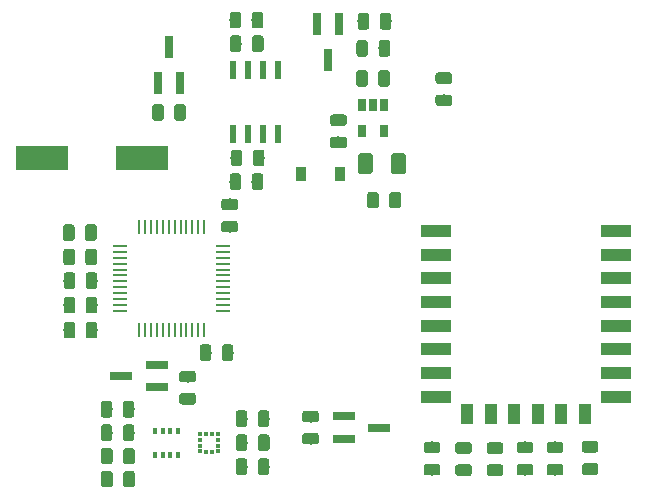
<source format=gbr>
G04 #@! TF.GenerationSoftware,KiCad,Pcbnew,5.0.2-bee76a0~70~ubuntu18.04.1*
G04 #@! TF.CreationDate,2019-11-03T21:10:50+01:00*
G04 #@! TF.ProjectId,puzzlebox,70757a7a-6c65-4626-9f78-2e6b69636164,rev?*
G04 #@! TF.SameCoordinates,Original*
G04 #@! TF.FileFunction,Paste,Top*
G04 #@! TF.FilePolarity,Positive*
%FSLAX46Y46*%
G04 Gerber Fmt 4.6, Leading zero omitted, Abs format (unit mm)*
G04 Created by KiCad (PCBNEW 5.0.2-bee76a0~70~ubuntu18.04.1) date So 03 Nov 2019 21:10:50 CET*
%MOMM*%
%LPD*%
G01*
G04 APERTURE LIST*
%ADD10C,0.100000*%
%ADD11C,0.975000*%
%ADD12C,1.250000*%
%ADD13R,0.900000X1.200000*%
%ADD14R,1.300000X0.250000*%
%ADD15R,0.250000X1.300000*%
%ADD16R,2.500000X1.000000*%
%ADD17R,1.000000X1.800000*%
%ADD18R,0.650000X1.060000*%
%ADD19R,0.600000X1.550000*%
%ADD20R,0.350000X0.500000*%
%ADD21R,0.375000X0.350000*%
%ADD22R,0.350000X0.375000*%
%ADD23R,0.800000X1.900000*%
%ADD24R,1.900000X0.800000*%
%ADD25R,4.500000X2.000000*%
G04 APERTURE END LIST*
D10*
G04 #@! TO.C,C1*
G36*
X75553242Y-86423174D02*
X75576903Y-86426684D01*
X75600107Y-86432496D01*
X75622629Y-86440554D01*
X75644253Y-86450782D01*
X75664770Y-86463079D01*
X75683983Y-86477329D01*
X75701707Y-86493393D01*
X75717771Y-86511117D01*
X75732021Y-86530330D01*
X75744318Y-86550847D01*
X75754546Y-86572471D01*
X75762604Y-86594993D01*
X75768416Y-86618197D01*
X75771926Y-86641858D01*
X75773100Y-86665750D01*
X75773100Y-87578250D01*
X75771926Y-87602142D01*
X75768416Y-87625803D01*
X75762604Y-87649007D01*
X75754546Y-87671529D01*
X75744318Y-87693153D01*
X75732021Y-87713670D01*
X75717771Y-87732883D01*
X75701707Y-87750607D01*
X75683983Y-87766671D01*
X75664770Y-87780921D01*
X75644253Y-87793218D01*
X75622629Y-87803446D01*
X75600107Y-87811504D01*
X75576903Y-87817316D01*
X75553242Y-87820826D01*
X75529350Y-87822000D01*
X75041850Y-87822000D01*
X75017958Y-87820826D01*
X74994297Y-87817316D01*
X74971093Y-87811504D01*
X74948571Y-87803446D01*
X74926947Y-87793218D01*
X74906430Y-87780921D01*
X74887217Y-87766671D01*
X74869493Y-87750607D01*
X74853429Y-87732883D01*
X74839179Y-87713670D01*
X74826882Y-87693153D01*
X74816654Y-87671529D01*
X74808596Y-87649007D01*
X74802784Y-87625803D01*
X74799274Y-87602142D01*
X74798100Y-87578250D01*
X74798100Y-86665750D01*
X74799274Y-86641858D01*
X74802784Y-86618197D01*
X74808596Y-86594993D01*
X74816654Y-86572471D01*
X74826882Y-86550847D01*
X74839179Y-86530330D01*
X74853429Y-86511117D01*
X74869493Y-86493393D01*
X74887217Y-86477329D01*
X74906430Y-86463079D01*
X74926947Y-86450782D01*
X74948571Y-86440554D01*
X74971093Y-86432496D01*
X74994297Y-86426684D01*
X75017958Y-86423174D01*
X75041850Y-86422000D01*
X75529350Y-86422000D01*
X75553242Y-86423174D01*
X75553242Y-86423174D01*
G37*
D11*
X75285600Y-87122000D03*
D10*
G36*
X77428242Y-86423174D02*
X77451903Y-86426684D01*
X77475107Y-86432496D01*
X77497629Y-86440554D01*
X77519253Y-86450782D01*
X77539770Y-86463079D01*
X77558983Y-86477329D01*
X77576707Y-86493393D01*
X77592771Y-86511117D01*
X77607021Y-86530330D01*
X77619318Y-86550847D01*
X77629546Y-86572471D01*
X77637604Y-86594993D01*
X77643416Y-86618197D01*
X77646926Y-86641858D01*
X77648100Y-86665750D01*
X77648100Y-87578250D01*
X77646926Y-87602142D01*
X77643416Y-87625803D01*
X77637604Y-87649007D01*
X77629546Y-87671529D01*
X77619318Y-87693153D01*
X77607021Y-87713670D01*
X77592771Y-87732883D01*
X77576707Y-87750607D01*
X77558983Y-87766671D01*
X77539770Y-87780921D01*
X77519253Y-87793218D01*
X77497629Y-87803446D01*
X77475107Y-87811504D01*
X77451903Y-87817316D01*
X77428242Y-87820826D01*
X77404350Y-87822000D01*
X76916850Y-87822000D01*
X76892958Y-87820826D01*
X76869297Y-87817316D01*
X76846093Y-87811504D01*
X76823571Y-87803446D01*
X76801947Y-87793218D01*
X76781430Y-87780921D01*
X76762217Y-87766671D01*
X76744493Y-87750607D01*
X76728429Y-87732883D01*
X76714179Y-87713670D01*
X76701882Y-87693153D01*
X76691654Y-87671529D01*
X76683596Y-87649007D01*
X76677784Y-87625803D01*
X76674274Y-87602142D01*
X76673100Y-87578250D01*
X76673100Y-86665750D01*
X76674274Y-86641858D01*
X76677784Y-86618197D01*
X76683596Y-86594993D01*
X76691654Y-86572471D01*
X76701882Y-86550847D01*
X76714179Y-86530330D01*
X76728429Y-86511117D01*
X76744493Y-86493393D01*
X76762217Y-86477329D01*
X76781430Y-86463079D01*
X76801947Y-86450782D01*
X76823571Y-86440554D01*
X76846093Y-86432496D01*
X76869297Y-86426684D01*
X76892958Y-86423174D01*
X76916850Y-86422000D01*
X77404350Y-86422000D01*
X77428242Y-86423174D01*
X77428242Y-86423174D01*
G37*
D11*
X77160600Y-87122000D03*
G04 #@! TD*
D10*
G04 #@! TO.C,C2*
G36*
X75608642Y-90487174D02*
X75632303Y-90490684D01*
X75655507Y-90496496D01*
X75678029Y-90504554D01*
X75699653Y-90514782D01*
X75720170Y-90527079D01*
X75739383Y-90541329D01*
X75757107Y-90557393D01*
X75773171Y-90575117D01*
X75787421Y-90594330D01*
X75799718Y-90614847D01*
X75809946Y-90636471D01*
X75818004Y-90658993D01*
X75823816Y-90682197D01*
X75827326Y-90705858D01*
X75828500Y-90729750D01*
X75828500Y-91642250D01*
X75827326Y-91666142D01*
X75823816Y-91689803D01*
X75818004Y-91713007D01*
X75809946Y-91735529D01*
X75799718Y-91757153D01*
X75787421Y-91777670D01*
X75773171Y-91796883D01*
X75757107Y-91814607D01*
X75739383Y-91830671D01*
X75720170Y-91844921D01*
X75699653Y-91857218D01*
X75678029Y-91867446D01*
X75655507Y-91875504D01*
X75632303Y-91881316D01*
X75608642Y-91884826D01*
X75584750Y-91886000D01*
X75097250Y-91886000D01*
X75073358Y-91884826D01*
X75049697Y-91881316D01*
X75026493Y-91875504D01*
X75003971Y-91867446D01*
X74982347Y-91857218D01*
X74961830Y-91844921D01*
X74942617Y-91830671D01*
X74924893Y-91814607D01*
X74908829Y-91796883D01*
X74894579Y-91777670D01*
X74882282Y-91757153D01*
X74872054Y-91735529D01*
X74863996Y-91713007D01*
X74858184Y-91689803D01*
X74854674Y-91666142D01*
X74853500Y-91642250D01*
X74853500Y-90729750D01*
X74854674Y-90705858D01*
X74858184Y-90682197D01*
X74863996Y-90658993D01*
X74872054Y-90636471D01*
X74882282Y-90614847D01*
X74894579Y-90594330D01*
X74908829Y-90575117D01*
X74924893Y-90557393D01*
X74942617Y-90541329D01*
X74961830Y-90527079D01*
X74982347Y-90514782D01*
X75003971Y-90504554D01*
X75026493Y-90496496D01*
X75049697Y-90490684D01*
X75073358Y-90487174D01*
X75097250Y-90486000D01*
X75584750Y-90486000D01*
X75608642Y-90487174D01*
X75608642Y-90487174D01*
G37*
D11*
X75341000Y-91186000D03*
D10*
G36*
X77483642Y-90487174D02*
X77507303Y-90490684D01*
X77530507Y-90496496D01*
X77553029Y-90504554D01*
X77574653Y-90514782D01*
X77595170Y-90527079D01*
X77614383Y-90541329D01*
X77632107Y-90557393D01*
X77648171Y-90575117D01*
X77662421Y-90594330D01*
X77674718Y-90614847D01*
X77684946Y-90636471D01*
X77693004Y-90658993D01*
X77698816Y-90682197D01*
X77702326Y-90705858D01*
X77703500Y-90729750D01*
X77703500Y-91642250D01*
X77702326Y-91666142D01*
X77698816Y-91689803D01*
X77693004Y-91713007D01*
X77684946Y-91735529D01*
X77674718Y-91757153D01*
X77662421Y-91777670D01*
X77648171Y-91796883D01*
X77632107Y-91814607D01*
X77614383Y-91830671D01*
X77595170Y-91844921D01*
X77574653Y-91857218D01*
X77553029Y-91867446D01*
X77530507Y-91875504D01*
X77507303Y-91881316D01*
X77483642Y-91884826D01*
X77459750Y-91886000D01*
X76972250Y-91886000D01*
X76948358Y-91884826D01*
X76924697Y-91881316D01*
X76901493Y-91875504D01*
X76878971Y-91867446D01*
X76857347Y-91857218D01*
X76836830Y-91844921D01*
X76817617Y-91830671D01*
X76799893Y-91814607D01*
X76783829Y-91796883D01*
X76769579Y-91777670D01*
X76757282Y-91757153D01*
X76747054Y-91735529D01*
X76738996Y-91713007D01*
X76733184Y-91689803D01*
X76729674Y-91666142D01*
X76728500Y-91642250D01*
X76728500Y-90729750D01*
X76729674Y-90705858D01*
X76733184Y-90682197D01*
X76738996Y-90658993D01*
X76747054Y-90636471D01*
X76757282Y-90614847D01*
X76769579Y-90594330D01*
X76783829Y-90575117D01*
X76799893Y-90557393D01*
X76817617Y-90541329D01*
X76836830Y-90527079D01*
X76857347Y-90514782D01*
X76878971Y-90504554D01*
X76901493Y-90496496D01*
X76924697Y-90490684D01*
X76948358Y-90487174D01*
X76972250Y-90486000D01*
X77459750Y-90486000D01*
X77483642Y-90487174D01*
X77483642Y-90487174D01*
G37*
D11*
X77216000Y-91186000D03*
G04 #@! TD*
D10*
G04 #@! TO.C,C3*
G36*
X77453642Y-88480574D02*
X77477303Y-88484084D01*
X77500507Y-88489896D01*
X77523029Y-88497954D01*
X77544653Y-88508182D01*
X77565170Y-88520479D01*
X77584383Y-88534729D01*
X77602107Y-88550793D01*
X77618171Y-88568517D01*
X77632421Y-88587730D01*
X77644718Y-88608247D01*
X77654946Y-88629871D01*
X77663004Y-88652393D01*
X77668816Y-88675597D01*
X77672326Y-88699258D01*
X77673500Y-88723150D01*
X77673500Y-89635650D01*
X77672326Y-89659542D01*
X77668816Y-89683203D01*
X77663004Y-89706407D01*
X77654946Y-89728929D01*
X77644718Y-89750553D01*
X77632421Y-89771070D01*
X77618171Y-89790283D01*
X77602107Y-89808007D01*
X77584383Y-89824071D01*
X77565170Y-89838321D01*
X77544653Y-89850618D01*
X77523029Y-89860846D01*
X77500507Y-89868904D01*
X77477303Y-89874716D01*
X77453642Y-89878226D01*
X77429750Y-89879400D01*
X76942250Y-89879400D01*
X76918358Y-89878226D01*
X76894697Y-89874716D01*
X76871493Y-89868904D01*
X76848971Y-89860846D01*
X76827347Y-89850618D01*
X76806830Y-89838321D01*
X76787617Y-89824071D01*
X76769893Y-89808007D01*
X76753829Y-89790283D01*
X76739579Y-89771070D01*
X76727282Y-89750553D01*
X76717054Y-89728929D01*
X76708996Y-89706407D01*
X76703184Y-89683203D01*
X76699674Y-89659542D01*
X76698500Y-89635650D01*
X76698500Y-88723150D01*
X76699674Y-88699258D01*
X76703184Y-88675597D01*
X76708996Y-88652393D01*
X76717054Y-88629871D01*
X76727282Y-88608247D01*
X76739579Y-88587730D01*
X76753829Y-88568517D01*
X76769893Y-88550793D01*
X76787617Y-88534729D01*
X76806830Y-88520479D01*
X76827347Y-88508182D01*
X76848971Y-88497954D01*
X76871493Y-88489896D01*
X76894697Y-88484084D01*
X76918358Y-88480574D01*
X76942250Y-88479400D01*
X77429750Y-88479400D01*
X77453642Y-88480574D01*
X77453642Y-88480574D01*
G37*
D11*
X77186000Y-89179400D03*
D10*
G36*
X75578642Y-88480574D02*
X75602303Y-88484084D01*
X75625507Y-88489896D01*
X75648029Y-88497954D01*
X75669653Y-88508182D01*
X75690170Y-88520479D01*
X75709383Y-88534729D01*
X75727107Y-88550793D01*
X75743171Y-88568517D01*
X75757421Y-88587730D01*
X75769718Y-88608247D01*
X75779946Y-88629871D01*
X75788004Y-88652393D01*
X75793816Y-88675597D01*
X75797326Y-88699258D01*
X75798500Y-88723150D01*
X75798500Y-89635650D01*
X75797326Y-89659542D01*
X75793816Y-89683203D01*
X75788004Y-89706407D01*
X75779946Y-89728929D01*
X75769718Y-89750553D01*
X75757421Y-89771070D01*
X75743171Y-89790283D01*
X75727107Y-89808007D01*
X75709383Y-89824071D01*
X75690170Y-89838321D01*
X75669653Y-89850618D01*
X75648029Y-89860846D01*
X75625507Y-89868904D01*
X75602303Y-89874716D01*
X75578642Y-89878226D01*
X75554750Y-89879400D01*
X75067250Y-89879400D01*
X75043358Y-89878226D01*
X75019697Y-89874716D01*
X74996493Y-89868904D01*
X74973971Y-89860846D01*
X74952347Y-89850618D01*
X74931830Y-89838321D01*
X74912617Y-89824071D01*
X74894893Y-89808007D01*
X74878829Y-89790283D01*
X74864579Y-89771070D01*
X74852282Y-89750553D01*
X74842054Y-89728929D01*
X74833996Y-89706407D01*
X74828184Y-89683203D01*
X74824674Y-89659542D01*
X74823500Y-89635650D01*
X74823500Y-88723150D01*
X74824674Y-88699258D01*
X74828184Y-88675597D01*
X74833996Y-88652393D01*
X74842054Y-88629871D01*
X74852282Y-88608247D01*
X74864579Y-88587730D01*
X74878829Y-88568517D01*
X74894893Y-88550793D01*
X74912617Y-88534729D01*
X74931830Y-88520479D01*
X74952347Y-88508182D01*
X74973971Y-88497954D01*
X74996493Y-88489896D01*
X75019697Y-88484084D01*
X75043358Y-88480574D01*
X75067250Y-88479400D01*
X75554750Y-88479400D01*
X75578642Y-88480574D01*
X75578642Y-88480574D01*
G37*
D11*
X75311000Y-89179400D03*
G04 #@! TD*
D10*
G04 #@! TO.C,C4*
G36*
X77483642Y-94678174D02*
X77507303Y-94681684D01*
X77530507Y-94687496D01*
X77553029Y-94695554D01*
X77574653Y-94705782D01*
X77595170Y-94718079D01*
X77614383Y-94732329D01*
X77632107Y-94748393D01*
X77648171Y-94766117D01*
X77662421Y-94785330D01*
X77674718Y-94805847D01*
X77684946Y-94827471D01*
X77693004Y-94849993D01*
X77698816Y-94873197D01*
X77702326Y-94896858D01*
X77703500Y-94920750D01*
X77703500Y-95833250D01*
X77702326Y-95857142D01*
X77698816Y-95880803D01*
X77693004Y-95904007D01*
X77684946Y-95926529D01*
X77674718Y-95948153D01*
X77662421Y-95968670D01*
X77648171Y-95987883D01*
X77632107Y-96005607D01*
X77614383Y-96021671D01*
X77595170Y-96035921D01*
X77574653Y-96048218D01*
X77553029Y-96058446D01*
X77530507Y-96066504D01*
X77507303Y-96072316D01*
X77483642Y-96075826D01*
X77459750Y-96077000D01*
X76972250Y-96077000D01*
X76948358Y-96075826D01*
X76924697Y-96072316D01*
X76901493Y-96066504D01*
X76878971Y-96058446D01*
X76857347Y-96048218D01*
X76836830Y-96035921D01*
X76817617Y-96021671D01*
X76799893Y-96005607D01*
X76783829Y-95987883D01*
X76769579Y-95968670D01*
X76757282Y-95948153D01*
X76747054Y-95926529D01*
X76738996Y-95904007D01*
X76733184Y-95880803D01*
X76729674Y-95857142D01*
X76728500Y-95833250D01*
X76728500Y-94920750D01*
X76729674Y-94896858D01*
X76733184Y-94873197D01*
X76738996Y-94849993D01*
X76747054Y-94827471D01*
X76757282Y-94805847D01*
X76769579Y-94785330D01*
X76783829Y-94766117D01*
X76799893Y-94748393D01*
X76817617Y-94732329D01*
X76836830Y-94718079D01*
X76857347Y-94705782D01*
X76878971Y-94695554D01*
X76901493Y-94687496D01*
X76924697Y-94681684D01*
X76948358Y-94678174D01*
X76972250Y-94677000D01*
X77459750Y-94677000D01*
X77483642Y-94678174D01*
X77483642Y-94678174D01*
G37*
D11*
X77216000Y-95377000D03*
D10*
G36*
X75608642Y-94678174D02*
X75632303Y-94681684D01*
X75655507Y-94687496D01*
X75678029Y-94695554D01*
X75699653Y-94705782D01*
X75720170Y-94718079D01*
X75739383Y-94732329D01*
X75757107Y-94748393D01*
X75773171Y-94766117D01*
X75787421Y-94785330D01*
X75799718Y-94805847D01*
X75809946Y-94827471D01*
X75818004Y-94849993D01*
X75823816Y-94873197D01*
X75827326Y-94896858D01*
X75828500Y-94920750D01*
X75828500Y-95833250D01*
X75827326Y-95857142D01*
X75823816Y-95880803D01*
X75818004Y-95904007D01*
X75809946Y-95926529D01*
X75799718Y-95948153D01*
X75787421Y-95968670D01*
X75773171Y-95987883D01*
X75757107Y-96005607D01*
X75739383Y-96021671D01*
X75720170Y-96035921D01*
X75699653Y-96048218D01*
X75678029Y-96058446D01*
X75655507Y-96066504D01*
X75632303Y-96072316D01*
X75608642Y-96075826D01*
X75584750Y-96077000D01*
X75097250Y-96077000D01*
X75073358Y-96075826D01*
X75049697Y-96072316D01*
X75026493Y-96066504D01*
X75003971Y-96058446D01*
X74982347Y-96048218D01*
X74961830Y-96035921D01*
X74942617Y-96021671D01*
X74924893Y-96005607D01*
X74908829Y-95987883D01*
X74894579Y-95968670D01*
X74882282Y-95948153D01*
X74872054Y-95926529D01*
X74863996Y-95904007D01*
X74858184Y-95880803D01*
X74854674Y-95857142D01*
X74853500Y-95833250D01*
X74853500Y-94920750D01*
X74854674Y-94896858D01*
X74858184Y-94873197D01*
X74863996Y-94849993D01*
X74872054Y-94827471D01*
X74882282Y-94805847D01*
X74894579Y-94785330D01*
X74908829Y-94766117D01*
X74924893Y-94748393D01*
X74942617Y-94732329D01*
X74961830Y-94718079D01*
X74982347Y-94705782D01*
X75003971Y-94695554D01*
X75026493Y-94687496D01*
X75049697Y-94681684D01*
X75073358Y-94678174D01*
X75097250Y-94677000D01*
X75584750Y-94677000D01*
X75608642Y-94678174D01*
X75608642Y-94678174D01*
G37*
D11*
X75341000Y-95377000D03*
G04 #@! TD*
D10*
G04 #@! TO.C,C5*
G36*
X89380142Y-86127674D02*
X89403803Y-86131184D01*
X89427007Y-86136996D01*
X89449529Y-86145054D01*
X89471153Y-86155282D01*
X89491670Y-86167579D01*
X89510883Y-86181829D01*
X89528607Y-86197893D01*
X89544671Y-86215617D01*
X89558921Y-86234830D01*
X89571218Y-86255347D01*
X89581446Y-86276971D01*
X89589504Y-86299493D01*
X89595316Y-86322697D01*
X89598826Y-86346358D01*
X89600000Y-86370250D01*
X89600000Y-86857750D01*
X89598826Y-86881642D01*
X89595316Y-86905303D01*
X89589504Y-86928507D01*
X89581446Y-86951029D01*
X89571218Y-86972653D01*
X89558921Y-86993170D01*
X89544671Y-87012383D01*
X89528607Y-87030107D01*
X89510883Y-87046171D01*
X89491670Y-87060421D01*
X89471153Y-87072718D01*
X89449529Y-87082946D01*
X89427007Y-87091004D01*
X89403803Y-87096816D01*
X89380142Y-87100326D01*
X89356250Y-87101500D01*
X88443750Y-87101500D01*
X88419858Y-87100326D01*
X88396197Y-87096816D01*
X88372993Y-87091004D01*
X88350471Y-87082946D01*
X88328847Y-87072718D01*
X88308330Y-87060421D01*
X88289117Y-87046171D01*
X88271393Y-87030107D01*
X88255329Y-87012383D01*
X88241079Y-86993170D01*
X88228782Y-86972653D01*
X88218554Y-86951029D01*
X88210496Y-86928507D01*
X88204684Y-86905303D01*
X88201174Y-86881642D01*
X88200000Y-86857750D01*
X88200000Y-86370250D01*
X88201174Y-86346358D01*
X88204684Y-86322697D01*
X88210496Y-86299493D01*
X88218554Y-86276971D01*
X88228782Y-86255347D01*
X88241079Y-86234830D01*
X88255329Y-86215617D01*
X88271393Y-86197893D01*
X88289117Y-86181829D01*
X88308330Y-86167579D01*
X88328847Y-86155282D01*
X88350471Y-86145054D01*
X88372993Y-86136996D01*
X88396197Y-86131184D01*
X88419858Y-86127674D01*
X88443750Y-86126500D01*
X89356250Y-86126500D01*
X89380142Y-86127674D01*
X89380142Y-86127674D01*
G37*
D11*
X88900000Y-86614000D03*
D10*
G36*
X89380142Y-84252674D02*
X89403803Y-84256184D01*
X89427007Y-84261996D01*
X89449529Y-84270054D01*
X89471153Y-84280282D01*
X89491670Y-84292579D01*
X89510883Y-84306829D01*
X89528607Y-84322893D01*
X89544671Y-84340617D01*
X89558921Y-84359830D01*
X89571218Y-84380347D01*
X89581446Y-84401971D01*
X89589504Y-84424493D01*
X89595316Y-84447697D01*
X89598826Y-84471358D01*
X89600000Y-84495250D01*
X89600000Y-84982750D01*
X89598826Y-85006642D01*
X89595316Y-85030303D01*
X89589504Y-85053507D01*
X89581446Y-85076029D01*
X89571218Y-85097653D01*
X89558921Y-85118170D01*
X89544671Y-85137383D01*
X89528607Y-85155107D01*
X89510883Y-85171171D01*
X89491670Y-85185421D01*
X89471153Y-85197718D01*
X89449529Y-85207946D01*
X89427007Y-85216004D01*
X89403803Y-85221816D01*
X89380142Y-85225326D01*
X89356250Y-85226500D01*
X88443750Y-85226500D01*
X88419858Y-85225326D01*
X88396197Y-85221816D01*
X88372993Y-85216004D01*
X88350471Y-85207946D01*
X88328847Y-85197718D01*
X88308330Y-85185421D01*
X88289117Y-85171171D01*
X88271393Y-85155107D01*
X88255329Y-85137383D01*
X88241079Y-85118170D01*
X88228782Y-85097653D01*
X88218554Y-85076029D01*
X88210496Y-85053507D01*
X88204684Y-85030303D01*
X88201174Y-85006642D01*
X88200000Y-84982750D01*
X88200000Y-84495250D01*
X88201174Y-84471358D01*
X88204684Y-84447697D01*
X88210496Y-84424493D01*
X88218554Y-84401971D01*
X88228782Y-84380347D01*
X88241079Y-84359830D01*
X88255329Y-84340617D01*
X88271393Y-84322893D01*
X88289117Y-84306829D01*
X88308330Y-84292579D01*
X88328847Y-84280282D01*
X88350471Y-84270054D01*
X88372993Y-84261996D01*
X88396197Y-84256184D01*
X88419858Y-84252674D01*
X88443750Y-84251500D01*
X89356250Y-84251500D01*
X89380142Y-84252674D01*
X89380142Y-84252674D01*
G37*
D11*
X88900000Y-84739000D03*
G04 #@! TD*
D10*
G04 #@! TO.C,C6*
G36*
X75608642Y-92569974D02*
X75632303Y-92573484D01*
X75655507Y-92579296D01*
X75678029Y-92587354D01*
X75699653Y-92597582D01*
X75720170Y-92609879D01*
X75739383Y-92624129D01*
X75757107Y-92640193D01*
X75773171Y-92657917D01*
X75787421Y-92677130D01*
X75799718Y-92697647D01*
X75809946Y-92719271D01*
X75818004Y-92741793D01*
X75823816Y-92764997D01*
X75827326Y-92788658D01*
X75828500Y-92812550D01*
X75828500Y-93725050D01*
X75827326Y-93748942D01*
X75823816Y-93772603D01*
X75818004Y-93795807D01*
X75809946Y-93818329D01*
X75799718Y-93839953D01*
X75787421Y-93860470D01*
X75773171Y-93879683D01*
X75757107Y-93897407D01*
X75739383Y-93913471D01*
X75720170Y-93927721D01*
X75699653Y-93940018D01*
X75678029Y-93950246D01*
X75655507Y-93958304D01*
X75632303Y-93964116D01*
X75608642Y-93967626D01*
X75584750Y-93968800D01*
X75097250Y-93968800D01*
X75073358Y-93967626D01*
X75049697Y-93964116D01*
X75026493Y-93958304D01*
X75003971Y-93950246D01*
X74982347Y-93940018D01*
X74961830Y-93927721D01*
X74942617Y-93913471D01*
X74924893Y-93897407D01*
X74908829Y-93879683D01*
X74894579Y-93860470D01*
X74882282Y-93839953D01*
X74872054Y-93818329D01*
X74863996Y-93795807D01*
X74858184Y-93772603D01*
X74854674Y-93748942D01*
X74853500Y-93725050D01*
X74853500Y-92812550D01*
X74854674Y-92788658D01*
X74858184Y-92764997D01*
X74863996Y-92741793D01*
X74872054Y-92719271D01*
X74882282Y-92697647D01*
X74894579Y-92677130D01*
X74908829Y-92657917D01*
X74924893Y-92640193D01*
X74942617Y-92624129D01*
X74961830Y-92609879D01*
X74982347Y-92597582D01*
X75003971Y-92587354D01*
X75026493Y-92579296D01*
X75049697Y-92573484D01*
X75073358Y-92569974D01*
X75097250Y-92568800D01*
X75584750Y-92568800D01*
X75608642Y-92569974D01*
X75608642Y-92569974D01*
G37*
D11*
X75341000Y-93268800D03*
D10*
G36*
X77483642Y-92569974D02*
X77507303Y-92573484D01*
X77530507Y-92579296D01*
X77553029Y-92587354D01*
X77574653Y-92597582D01*
X77595170Y-92609879D01*
X77614383Y-92624129D01*
X77632107Y-92640193D01*
X77648171Y-92657917D01*
X77662421Y-92677130D01*
X77674718Y-92697647D01*
X77684946Y-92719271D01*
X77693004Y-92741793D01*
X77698816Y-92764997D01*
X77702326Y-92788658D01*
X77703500Y-92812550D01*
X77703500Y-93725050D01*
X77702326Y-93748942D01*
X77698816Y-93772603D01*
X77693004Y-93795807D01*
X77684946Y-93818329D01*
X77674718Y-93839953D01*
X77662421Y-93860470D01*
X77648171Y-93879683D01*
X77632107Y-93897407D01*
X77614383Y-93913471D01*
X77595170Y-93927721D01*
X77574653Y-93940018D01*
X77553029Y-93950246D01*
X77530507Y-93958304D01*
X77507303Y-93964116D01*
X77483642Y-93967626D01*
X77459750Y-93968800D01*
X76972250Y-93968800D01*
X76948358Y-93967626D01*
X76924697Y-93964116D01*
X76901493Y-93958304D01*
X76878971Y-93950246D01*
X76857347Y-93940018D01*
X76836830Y-93927721D01*
X76817617Y-93913471D01*
X76799893Y-93897407D01*
X76783829Y-93879683D01*
X76769579Y-93860470D01*
X76757282Y-93839953D01*
X76747054Y-93818329D01*
X76738996Y-93795807D01*
X76733184Y-93772603D01*
X76729674Y-93748942D01*
X76728500Y-93725050D01*
X76728500Y-92812550D01*
X76729674Y-92788658D01*
X76733184Y-92764997D01*
X76738996Y-92741793D01*
X76747054Y-92719271D01*
X76757282Y-92697647D01*
X76769579Y-92677130D01*
X76783829Y-92657917D01*
X76799893Y-92640193D01*
X76817617Y-92624129D01*
X76836830Y-92609879D01*
X76857347Y-92597582D01*
X76878971Y-92587354D01*
X76901493Y-92579296D01*
X76924697Y-92573484D01*
X76948358Y-92569974D01*
X76972250Y-92568800D01*
X77459750Y-92568800D01*
X77483642Y-92569974D01*
X77483642Y-92569974D01*
G37*
D11*
X77216000Y-93268800D03*
G04 #@! TD*
D10*
G04 #@! TO.C,C7*
G36*
X89010642Y-96583174D02*
X89034303Y-96586684D01*
X89057507Y-96592496D01*
X89080029Y-96600554D01*
X89101653Y-96610782D01*
X89122170Y-96623079D01*
X89141383Y-96637329D01*
X89159107Y-96653393D01*
X89175171Y-96671117D01*
X89189421Y-96690330D01*
X89201718Y-96710847D01*
X89211946Y-96732471D01*
X89220004Y-96754993D01*
X89225816Y-96778197D01*
X89229326Y-96801858D01*
X89230500Y-96825750D01*
X89230500Y-97738250D01*
X89229326Y-97762142D01*
X89225816Y-97785803D01*
X89220004Y-97809007D01*
X89211946Y-97831529D01*
X89201718Y-97853153D01*
X89189421Y-97873670D01*
X89175171Y-97892883D01*
X89159107Y-97910607D01*
X89141383Y-97926671D01*
X89122170Y-97940921D01*
X89101653Y-97953218D01*
X89080029Y-97963446D01*
X89057507Y-97971504D01*
X89034303Y-97977316D01*
X89010642Y-97980826D01*
X88986750Y-97982000D01*
X88499250Y-97982000D01*
X88475358Y-97980826D01*
X88451697Y-97977316D01*
X88428493Y-97971504D01*
X88405971Y-97963446D01*
X88384347Y-97953218D01*
X88363830Y-97940921D01*
X88344617Y-97926671D01*
X88326893Y-97910607D01*
X88310829Y-97892883D01*
X88296579Y-97873670D01*
X88284282Y-97853153D01*
X88274054Y-97831529D01*
X88265996Y-97809007D01*
X88260184Y-97785803D01*
X88256674Y-97762142D01*
X88255500Y-97738250D01*
X88255500Y-96825750D01*
X88256674Y-96801858D01*
X88260184Y-96778197D01*
X88265996Y-96754993D01*
X88274054Y-96732471D01*
X88284282Y-96710847D01*
X88296579Y-96690330D01*
X88310829Y-96671117D01*
X88326893Y-96653393D01*
X88344617Y-96637329D01*
X88363830Y-96623079D01*
X88384347Y-96610782D01*
X88405971Y-96600554D01*
X88428493Y-96592496D01*
X88451697Y-96586684D01*
X88475358Y-96583174D01*
X88499250Y-96582000D01*
X88986750Y-96582000D01*
X89010642Y-96583174D01*
X89010642Y-96583174D01*
G37*
D11*
X88743000Y-97282000D03*
D10*
G36*
X87135642Y-96583174D02*
X87159303Y-96586684D01*
X87182507Y-96592496D01*
X87205029Y-96600554D01*
X87226653Y-96610782D01*
X87247170Y-96623079D01*
X87266383Y-96637329D01*
X87284107Y-96653393D01*
X87300171Y-96671117D01*
X87314421Y-96690330D01*
X87326718Y-96710847D01*
X87336946Y-96732471D01*
X87345004Y-96754993D01*
X87350816Y-96778197D01*
X87354326Y-96801858D01*
X87355500Y-96825750D01*
X87355500Y-97738250D01*
X87354326Y-97762142D01*
X87350816Y-97785803D01*
X87345004Y-97809007D01*
X87336946Y-97831529D01*
X87326718Y-97853153D01*
X87314421Y-97873670D01*
X87300171Y-97892883D01*
X87284107Y-97910607D01*
X87266383Y-97926671D01*
X87247170Y-97940921D01*
X87226653Y-97953218D01*
X87205029Y-97963446D01*
X87182507Y-97971504D01*
X87159303Y-97977316D01*
X87135642Y-97980826D01*
X87111750Y-97982000D01*
X86624250Y-97982000D01*
X86600358Y-97980826D01*
X86576697Y-97977316D01*
X86553493Y-97971504D01*
X86530971Y-97963446D01*
X86509347Y-97953218D01*
X86488830Y-97940921D01*
X86469617Y-97926671D01*
X86451893Y-97910607D01*
X86435829Y-97892883D01*
X86421579Y-97873670D01*
X86409282Y-97853153D01*
X86399054Y-97831529D01*
X86390996Y-97809007D01*
X86385184Y-97785803D01*
X86381674Y-97762142D01*
X86380500Y-97738250D01*
X86380500Y-96825750D01*
X86381674Y-96801858D01*
X86385184Y-96778197D01*
X86390996Y-96754993D01*
X86399054Y-96732471D01*
X86409282Y-96710847D01*
X86421579Y-96690330D01*
X86435829Y-96671117D01*
X86451893Y-96653393D01*
X86469617Y-96637329D01*
X86488830Y-96623079D01*
X86509347Y-96610782D01*
X86530971Y-96600554D01*
X86553493Y-96592496D01*
X86576697Y-96586684D01*
X86600358Y-96583174D01*
X86624250Y-96582000D01*
X87111750Y-96582000D01*
X87135642Y-96583174D01*
X87135642Y-96583174D01*
G37*
D11*
X86868000Y-97282000D03*
G04 #@! TD*
D10*
G04 #@! TO.C,C8*
G36*
X106525142Y-104826674D02*
X106548803Y-104830184D01*
X106572007Y-104835996D01*
X106594529Y-104844054D01*
X106616153Y-104854282D01*
X106636670Y-104866579D01*
X106655883Y-104880829D01*
X106673607Y-104896893D01*
X106689671Y-104914617D01*
X106703921Y-104933830D01*
X106716218Y-104954347D01*
X106726446Y-104975971D01*
X106734504Y-104998493D01*
X106740316Y-105021697D01*
X106743826Y-105045358D01*
X106745000Y-105069250D01*
X106745000Y-105556750D01*
X106743826Y-105580642D01*
X106740316Y-105604303D01*
X106734504Y-105627507D01*
X106726446Y-105650029D01*
X106716218Y-105671653D01*
X106703921Y-105692170D01*
X106689671Y-105711383D01*
X106673607Y-105729107D01*
X106655883Y-105745171D01*
X106636670Y-105759421D01*
X106616153Y-105771718D01*
X106594529Y-105781946D01*
X106572007Y-105790004D01*
X106548803Y-105795816D01*
X106525142Y-105799326D01*
X106501250Y-105800500D01*
X105588750Y-105800500D01*
X105564858Y-105799326D01*
X105541197Y-105795816D01*
X105517993Y-105790004D01*
X105495471Y-105781946D01*
X105473847Y-105771718D01*
X105453330Y-105759421D01*
X105434117Y-105745171D01*
X105416393Y-105729107D01*
X105400329Y-105711383D01*
X105386079Y-105692170D01*
X105373782Y-105671653D01*
X105363554Y-105650029D01*
X105355496Y-105627507D01*
X105349684Y-105604303D01*
X105346174Y-105580642D01*
X105345000Y-105556750D01*
X105345000Y-105069250D01*
X105346174Y-105045358D01*
X105349684Y-105021697D01*
X105355496Y-104998493D01*
X105363554Y-104975971D01*
X105373782Y-104954347D01*
X105386079Y-104933830D01*
X105400329Y-104914617D01*
X105416393Y-104896893D01*
X105434117Y-104880829D01*
X105453330Y-104866579D01*
X105473847Y-104854282D01*
X105495471Y-104844054D01*
X105517993Y-104835996D01*
X105541197Y-104830184D01*
X105564858Y-104826674D01*
X105588750Y-104825500D01*
X106501250Y-104825500D01*
X106525142Y-104826674D01*
X106525142Y-104826674D01*
G37*
D11*
X106045000Y-105313000D03*
D10*
G36*
X106525142Y-106701674D02*
X106548803Y-106705184D01*
X106572007Y-106710996D01*
X106594529Y-106719054D01*
X106616153Y-106729282D01*
X106636670Y-106741579D01*
X106655883Y-106755829D01*
X106673607Y-106771893D01*
X106689671Y-106789617D01*
X106703921Y-106808830D01*
X106716218Y-106829347D01*
X106726446Y-106850971D01*
X106734504Y-106873493D01*
X106740316Y-106896697D01*
X106743826Y-106920358D01*
X106745000Y-106944250D01*
X106745000Y-107431750D01*
X106743826Y-107455642D01*
X106740316Y-107479303D01*
X106734504Y-107502507D01*
X106726446Y-107525029D01*
X106716218Y-107546653D01*
X106703921Y-107567170D01*
X106689671Y-107586383D01*
X106673607Y-107604107D01*
X106655883Y-107620171D01*
X106636670Y-107634421D01*
X106616153Y-107646718D01*
X106594529Y-107656946D01*
X106572007Y-107665004D01*
X106548803Y-107670816D01*
X106525142Y-107674326D01*
X106501250Y-107675500D01*
X105588750Y-107675500D01*
X105564858Y-107674326D01*
X105541197Y-107670816D01*
X105517993Y-107665004D01*
X105495471Y-107656946D01*
X105473847Y-107646718D01*
X105453330Y-107634421D01*
X105434117Y-107620171D01*
X105416393Y-107604107D01*
X105400329Y-107586383D01*
X105386079Y-107567170D01*
X105373782Y-107546653D01*
X105363554Y-107525029D01*
X105355496Y-107502507D01*
X105349684Y-107479303D01*
X105346174Y-107455642D01*
X105345000Y-107431750D01*
X105345000Y-106944250D01*
X105346174Y-106920358D01*
X105349684Y-106896697D01*
X105355496Y-106873493D01*
X105363554Y-106850971D01*
X105373782Y-106829347D01*
X105386079Y-106808830D01*
X105400329Y-106789617D01*
X105416393Y-106771893D01*
X105434117Y-106755829D01*
X105453330Y-106741579D01*
X105473847Y-106729282D01*
X105495471Y-106719054D01*
X105517993Y-106710996D01*
X105541197Y-106705184D01*
X105564858Y-106701674D01*
X105588750Y-106700500D01*
X106501250Y-106700500D01*
X106525142Y-106701674D01*
X106525142Y-106701674D01*
G37*
D11*
X106045000Y-107188000D03*
G04 #@! TD*
D10*
G04 #@! TO.C,C9*
G36*
X91529842Y-68439974D02*
X91553503Y-68443484D01*
X91576707Y-68449296D01*
X91599229Y-68457354D01*
X91620853Y-68467582D01*
X91641370Y-68479879D01*
X91660583Y-68494129D01*
X91678307Y-68510193D01*
X91694371Y-68527917D01*
X91708621Y-68547130D01*
X91720918Y-68567647D01*
X91731146Y-68589271D01*
X91739204Y-68611793D01*
X91745016Y-68634997D01*
X91748526Y-68658658D01*
X91749700Y-68682550D01*
X91749700Y-69595050D01*
X91748526Y-69618942D01*
X91745016Y-69642603D01*
X91739204Y-69665807D01*
X91731146Y-69688329D01*
X91720918Y-69709953D01*
X91708621Y-69730470D01*
X91694371Y-69749683D01*
X91678307Y-69767407D01*
X91660583Y-69783471D01*
X91641370Y-69797721D01*
X91620853Y-69810018D01*
X91599229Y-69820246D01*
X91576707Y-69828304D01*
X91553503Y-69834116D01*
X91529842Y-69837626D01*
X91505950Y-69838800D01*
X91018450Y-69838800D01*
X90994558Y-69837626D01*
X90970897Y-69834116D01*
X90947693Y-69828304D01*
X90925171Y-69820246D01*
X90903547Y-69810018D01*
X90883030Y-69797721D01*
X90863817Y-69783471D01*
X90846093Y-69767407D01*
X90830029Y-69749683D01*
X90815779Y-69730470D01*
X90803482Y-69709953D01*
X90793254Y-69688329D01*
X90785196Y-69665807D01*
X90779384Y-69642603D01*
X90775874Y-69618942D01*
X90774700Y-69595050D01*
X90774700Y-68682550D01*
X90775874Y-68658658D01*
X90779384Y-68634997D01*
X90785196Y-68611793D01*
X90793254Y-68589271D01*
X90803482Y-68567647D01*
X90815779Y-68547130D01*
X90830029Y-68527917D01*
X90846093Y-68510193D01*
X90863817Y-68494129D01*
X90883030Y-68479879D01*
X90903547Y-68467582D01*
X90925171Y-68457354D01*
X90947693Y-68449296D01*
X90970897Y-68443484D01*
X90994558Y-68439974D01*
X91018450Y-68438800D01*
X91505950Y-68438800D01*
X91529842Y-68439974D01*
X91529842Y-68439974D01*
G37*
D11*
X91262200Y-69138800D03*
D10*
G36*
X89654842Y-68439974D02*
X89678503Y-68443484D01*
X89701707Y-68449296D01*
X89724229Y-68457354D01*
X89745853Y-68467582D01*
X89766370Y-68479879D01*
X89785583Y-68494129D01*
X89803307Y-68510193D01*
X89819371Y-68527917D01*
X89833621Y-68547130D01*
X89845918Y-68567647D01*
X89856146Y-68589271D01*
X89864204Y-68611793D01*
X89870016Y-68634997D01*
X89873526Y-68658658D01*
X89874700Y-68682550D01*
X89874700Y-69595050D01*
X89873526Y-69618942D01*
X89870016Y-69642603D01*
X89864204Y-69665807D01*
X89856146Y-69688329D01*
X89845918Y-69709953D01*
X89833621Y-69730470D01*
X89819371Y-69749683D01*
X89803307Y-69767407D01*
X89785583Y-69783471D01*
X89766370Y-69797721D01*
X89745853Y-69810018D01*
X89724229Y-69820246D01*
X89701707Y-69828304D01*
X89678503Y-69834116D01*
X89654842Y-69837626D01*
X89630950Y-69838800D01*
X89143450Y-69838800D01*
X89119558Y-69837626D01*
X89095897Y-69834116D01*
X89072693Y-69828304D01*
X89050171Y-69820246D01*
X89028547Y-69810018D01*
X89008030Y-69797721D01*
X88988817Y-69783471D01*
X88971093Y-69767407D01*
X88955029Y-69749683D01*
X88940779Y-69730470D01*
X88928482Y-69709953D01*
X88918254Y-69688329D01*
X88910196Y-69665807D01*
X88904384Y-69642603D01*
X88900874Y-69618942D01*
X88899700Y-69595050D01*
X88899700Y-68682550D01*
X88900874Y-68658658D01*
X88904384Y-68634997D01*
X88910196Y-68611793D01*
X88918254Y-68589271D01*
X88928482Y-68567647D01*
X88940779Y-68547130D01*
X88955029Y-68527917D01*
X88971093Y-68510193D01*
X88988817Y-68494129D01*
X89008030Y-68479879D01*
X89028547Y-68467582D01*
X89050171Y-68457354D01*
X89072693Y-68449296D01*
X89095897Y-68443484D01*
X89119558Y-68439974D01*
X89143450Y-68438800D01*
X89630950Y-68438800D01*
X89654842Y-68439974D01*
X89654842Y-68439974D01*
G37*
D11*
X89387200Y-69138800D03*
G04 #@! TD*
D10*
G04 #@! TO.C,C10*
G36*
X91555242Y-70421174D02*
X91578903Y-70424684D01*
X91602107Y-70430496D01*
X91624629Y-70438554D01*
X91646253Y-70448782D01*
X91666770Y-70461079D01*
X91685983Y-70475329D01*
X91703707Y-70491393D01*
X91719771Y-70509117D01*
X91734021Y-70528330D01*
X91746318Y-70548847D01*
X91756546Y-70570471D01*
X91764604Y-70592993D01*
X91770416Y-70616197D01*
X91773926Y-70639858D01*
X91775100Y-70663750D01*
X91775100Y-71576250D01*
X91773926Y-71600142D01*
X91770416Y-71623803D01*
X91764604Y-71647007D01*
X91756546Y-71669529D01*
X91746318Y-71691153D01*
X91734021Y-71711670D01*
X91719771Y-71730883D01*
X91703707Y-71748607D01*
X91685983Y-71764671D01*
X91666770Y-71778921D01*
X91646253Y-71791218D01*
X91624629Y-71801446D01*
X91602107Y-71809504D01*
X91578903Y-71815316D01*
X91555242Y-71818826D01*
X91531350Y-71820000D01*
X91043850Y-71820000D01*
X91019958Y-71818826D01*
X90996297Y-71815316D01*
X90973093Y-71809504D01*
X90950571Y-71801446D01*
X90928947Y-71791218D01*
X90908430Y-71778921D01*
X90889217Y-71764671D01*
X90871493Y-71748607D01*
X90855429Y-71730883D01*
X90841179Y-71711670D01*
X90828882Y-71691153D01*
X90818654Y-71669529D01*
X90810596Y-71647007D01*
X90804784Y-71623803D01*
X90801274Y-71600142D01*
X90800100Y-71576250D01*
X90800100Y-70663750D01*
X90801274Y-70639858D01*
X90804784Y-70616197D01*
X90810596Y-70592993D01*
X90818654Y-70570471D01*
X90828882Y-70548847D01*
X90841179Y-70528330D01*
X90855429Y-70509117D01*
X90871493Y-70491393D01*
X90889217Y-70475329D01*
X90908430Y-70461079D01*
X90928947Y-70448782D01*
X90950571Y-70438554D01*
X90973093Y-70430496D01*
X90996297Y-70424684D01*
X91019958Y-70421174D01*
X91043850Y-70420000D01*
X91531350Y-70420000D01*
X91555242Y-70421174D01*
X91555242Y-70421174D01*
G37*
D11*
X91287600Y-71120000D03*
D10*
G36*
X89680242Y-70421174D02*
X89703903Y-70424684D01*
X89727107Y-70430496D01*
X89749629Y-70438554D01*
X89771253Y-70448782D01*
X89791770Y-70461079D01*
X89810983Y-70475329D01*
X89828707Y-70491393D01*
X89844771Y-70509117D01*
X89859021Y-70528330D01*
X89871318Y-70548847D01*
X89881546Y-70570471D01*
X89889604Y-70592993D01*
X89895416Y-70616197D01*
X89898926Y-70639858D01*
X89900100Y-70663750D01*
X89900100Y-71576250D01*
X89898926Y-71600142D01*
X89895416Y-71623803D01*
X89889604Y-71647007D01*
X89881546Y-71669529D01*
X89871318Y-71691153D01*
X89859021Y-71711670D01*
X89844771Y-71730883D01*
X89828707Y-71748607D01*
X89810983Y-71764671D01*
X89791770Y-71778921D01*
X89771253Y-71791218D01*
X89749629Y-71801446D01*
X89727107Y-71809504D01*
X89703903Y-71815316D01*
X89680242Y-71818826D01*
X89656350Y-71820000D01*
X89168850Y-71820000D01*
X89144958Y-71818826D01*
X89121297Y-71815316D01*
X89098093Y-71809504D01*
X89075571Y-71801446D01*
X89053947Y-71791218D01*
X89033430Y-71778921D01*
X89014217Y-71764671D01*
X88996493Y-71748607D01*
X88980429Y-71730883D01*
X88966179Y-71711670D01*
X88953882Y-71691153D01*
X88943654Y-71669529D01*
X88935596Y-71647007D01*
X88929784Y-71623803D01*
X88926274Y-71600142D01*
X88925100Y-71576250D01*
X88925100Y-70663750D01*
X88926274Y-70639858D01*
X88929784Y-70616197D01*
X88935596Y-70592993D01*
X88943654Y-70570471D01*
X88953882Y-70548847D01*
X88966179Y-70528330D01*
X88980429Y-70509117D01*
X88996493Y-70491393D01*
X89014217Y-70475329D01*
X89033430Y-70461079D01*
X89053947Y-70448782D01*
X89075571Y-70438554D01*
X89098093Y-70430496D01*
X89121297Y-70424684D01*
X89144958Y-70421174D01*
X89168850Y-70420000D01*
X89656350Y-70420000D01*
X89680242Y-70421174D01*
X89680242Y-70421174D01*
G37*
D11*
X89412600Y-71120000D03*
G04 #@! TD*
D10*
G04 #@! TO.C,C11*
G36*
X100371342Y-73367574D02*
X100395003Y-73371084D01*
X100418207Y-73376896D01*
X100440729Y-73384954D01*
X100462353Y-73395182D01*
X100482870Y-73407479D01*
X100502083Y-73421729D01*
X100519807Y-73437793D01*
X100535871Y-73455517D01*
X100550121Y-73474730D01*
X100562418Y-73495247D01*
X100572646Y-73516871D01*
X100580704Y-73539393D01*
X100586516Y-73562597D01*
X100590026Y-73586258D01*
X100591200Y-73610150D01*
X100591200Y-74522650D01*
X100590026Y-74546542D01*
X100586516Y-74570203D01*
X100580704Y-74593407D01*
X100572646Y-74615929D01*
X100562418Y-74637553D01*
X100550121Y-74658070D01*
X100535871Y-74677283D01*
X100519807Y-74695007D01*
X100502083Y-74711071D01*
X100482870Y-74725321D01*
X100462353Y-74737618D01*
X100440729Y-74747846D01*
X100418207Y-74755904D01*
X100395003Y-74761716D01*
X100371342Y-74765226D01*
X100347450Y-74766400D01*
X99859950Y-74766400D01*
X99836058Y-74765226D01*
X99812397Y-74761716D01*
X99789193Y-74755904D01*
X99766671Y-74747846D01*
X99745047Y-74737618D01*
X99724530Y-74725321D01*
X99705317Y-74711071D01*
X99687593Y-74695007D01*
X99671529Y-74677283D01*
X99657279Y-74658070D01*
X99644982Y-74637553D01*
X99634754Y-74615929D01*
X99626696Y-74593407D01*
X99620884Y-74570203D01*
X99617374Y-74546542D01*
X99616200Y-74522650D01*
X99616200Y-73610150D01*
X99617374Y-73586258D01*
X99620884Y-73562597D01*
X99626696Y-73539393D01*
X99634754Y-73516871D01*
X99644982Y-73495247D01*
X99657279Y-73474730D01*
X99671529Y-73455517D01*
X99687593Y-73437793D01*
X99705317Y-73421729D01*
X99724530Y-73407479D01*
X99745047Y-73395182D01*
X99766671Y-73384954D01*
X99789193Y-73376896D01*
X99812397Y-73371084D01*
X99836058Y-73367574D01*
X99859950Y-73366400D01*
X100347450Y-73366400D01*
X100371342Y-73367574D01*
X100371342Y-73367574D01*
G37*
D11*
X100103700Y-74066400D03*
D10*
G36*
X102246342Y-73367574D02*
X102270003Y-73371084D01*
X102293207Y-73376896D01*
X102315729Y-73384954D01*
X102337353Y-73395182D01*
X102357870Y-73407479D01*
X102377083Y-73421729D01*
X102394807Y-73437793D01*
X102410871Y-73455517D01*
X102425121Y-73474730D01*
X102437418Y-73495247D01*
X102447646Y-73516871D01*
X102455704Y-73539393D01*
X102461516Y-73562597D01*
X102465026Y-73586258D01*
X102466200Y-73610150D01*
X102466200Y-74522650D01*
X102465026Y-74546542D01*
X102461516Y-74570203D01*
X102455704Y-74593407D01*
X102447646Y-74615929D01*
X102437418Y-74637553D01*
X102425121Y-74658070D01*
X102410871Y-74677283D01*
X102394807Y-74695007D01*
X102377083Y-74711071D01*
X102357870Y-74725321D01*
X102337353Y-74737618D01*
X102315729Y-74747846D01*
X102293207Y-74755904D01*
X102270003Y-74761716D01*
X102246342Y-74765226D01*
X102222450Y-74766400D01*
X101734950Y-74766400D01*
X101711058Y-74765226D01*
X101687397Y-74761716D01*
X101664193Y-74755904D01*
X101641671Y-74747846D01*
X101620047Y-74737618D01*
X101599530Y-74725321D01*
X101580317Y-74711071D01*
X101562593Y-74695007D01*
X101546529Y-74677283D01*
X101532279Y-74658070D01*
X101519982Y-74637553D01*
X101509754Y-74615929D01*
X101501696Y-74593407D01*
X101495884Y-74570203D01*
X101492374Y-74546542D01*
X101491200Y-74522650D01*
X101491200Y-73610150D01*
X101492374Y-73586258D01*
X101495884Y-73562597D01*
X101501696Y-73539393D01*
X101509754Y-73516871D01*
X101519982Y-73495247D01*
X101532279Y-73474730D01*
X101546529Y-73455517D01*
X101562593Y-73437793D01*
X101580317Y-73421729D01*
X101599530Y-73407479D01*
X101620047Y-73395182D01*
X101641671Y-73384954D01*
X101664193Y-73376896D01*
X101687397Y-73371084D01*
X101711058Y-73367574D01*
X101734950Y-73366400D01*
X102222450Y-73366400D01*
X102246342Y-73367574D01*
X102246342Y-73367574D01*
G37*
D11*
X101978700Y-74066400D03*
G04 #@! TD*
D10*
G04 #@! TO.C,C12*
G36*
X89654842Y-82105174D02*
X89678503Y-82108684D01*
X89701707Y-82114496D01*
X89724229Y-82122554D01*
X89745853Y-82132782D01*
X89766370Y-82145079D01*
X89785583Y-82159329D01*
X89803307Y-82175393D01*
X89819371Y-82193117D01*
X89833621Y-82212330D01*
X89845918Y-82232847D01*
X89856146Y-82254471D01*
X89864204Y-82276993D01*
X89870016Y-82300197D01*
X89873526Y-82323858D01*
X89874700Y-82347750D01*
X89874700Y-83260250D01*
X89873526Y-83284142D01*
X89870016Y-83307803D01*
X89864204Y-83331007D01*
X89856146Y-83353529D01*
X89845918Y-83375153D01*
X89833621Y-83395670D01*
X89819371Y-83414883D01*
X89803307Y-83432607D01*
X89785583Y-83448671D01*
X89766370Y-83462921D01*
X89745853Y-83475218D01*
X89724229Y-83485446D01*
X89701707Y-83493504D01*
X89678503Y-83499316D01*
X89654842Y-83502826D01*
X89630950Y-83504000D01*
X89143450Y-83504000D01*
X89119558Y-83502826D01*
X89095897Y-83499316D01*
X89072693Y-83493504D01*
X89050171Y-83485446D01*
X89028547Y-83475218D01*
X89008030Y-83462921D01*
X88988817Y-83448671D01*
X88971093Y-83432607D01*
X88955029Y-83414883D01*
X88940779Y-83395670D01*
X88928482Y-83375153D01*
X88918254Y-83353529D01*
X88910196Y-83331007D01*
X88904384Y-83307803D01*
X88900874Y-83284142D01*
X88899700Y-83260250D01*
X88899700Y-82347750D01*
X88900874Y-82323858D01*
X88904384Y-82300197D01*
X88910196Y-82276993D01*
X88918254Y-82254471D01*
X88928482Y-82232847D01*
X88940779Y-82212330D01*
X88955029Y-82193117D01*
X88971093Y-82175393D01*
X88988817Y-82159329D01*
X89008030Y-82145079D01*
X89028547Y-82132782D01*
X89050171Y-82122554D01*
X89072693Y-82114496D01*
X89095897Y-82108684D01*
X89119558Y-82105174D01*
X89143450Y-82104000D01*
X89630950Y-82104000D01*
X89654842Y-82105174D01*
X89654842Y-82105174D01*
G37*
D11*
X89387200Y-82804000D03*
D10*
G36*
X91529842Y-82105174D02*
X91553503Y-82108684D01*
X91576707Y-82114496D01*
X91599229Y-82122554D01*
X91620853Y-82132782D01*
X91641370Y-82145079D01*
X91660583Y-82159329D01*
X91678307Y-82175393D01*
X91694371Y-82193117D01*
X91708621Y-82212330D01*
X91720918Y-82232847D01*
X91731146Y-82254471D01*
X91739204Y-82276993D01*
X91745016Y-82300197D01*
X91748526Y-82323858D01*
X91749700Y-82347750D01*
X91749700Y-83260250D01*
X91748526Y-83284142D01*
X91745016Y-83307803D01*
X91739204Y-83331007D01*
X91731146Y-83353529D01*
X91720918Y-83375153D01*
X91708621Y-83395670D01*
X91694371Y-83414883D01*
X91678307Y-83432607D01*
X91660583Y-83448671D01*
X91641370Y-83462921D01*
X91620853Y-83475218D01*
X91599229Y-83485446D01*
X91576707Y-83493504D01*
X91553503Y-83499316D01*
X91529842Y-83502826D01*
X91505950Y-83504000D01*
X91018450Y-83504000D01*
X90994558Y-83502826D01*
X90970897Y-83499316D01*
X90947693Y-83493504D01*
X90925171Y-83485446D01*
X90903547Y-83475218D01*
X90883030Y-83462921D01*
X90863817Y-83448671D01*
X90846093Y-83432607D01*
X90830029Y-83414883D01*
X90815779Y-83395670D01*
X90803482Y-83375153D01*
X90793254Y-83353529D01*
X90785196Y-83331007D01*
X90779384Y-83307803D01*
X90775874Y-83284142D01*
X90774700Y-83260250D01*
X90774700Y-82347750D01*
X90775874Y-82323858D01*
X90779384Y-82300197D01*
X90785196Y-82276993D01*
X90793254Y-82254471D01*
X90803482Y-82232847D01*
X90815779Y-82212330D01*
X90830029Y-82193117D01*
X90846093Y-82175393D01*
X90863817Y-82159329D01*
X90883030Y-82145079D01*
X90903547Y-82132782D01*
X90925171Y-82122554D01*
X90947693Y-82114496D01*
X90970897Y-82108684D01*
X90994558Y-82105174D01*
X91018450Y-82104000D01*
X91505950Y-82104000D01*
X91529842Y-82105174D01*
X91529842Y-82105174D01*
G37*
D11*
X91262200Y-82804000D03*
G04 #@! TD*
D10*
G04 #@! TO.C,C13*
G36*
X91626842Y-80098574D02*
X91650503Y-80102084D01*
X91673707Y-80107896D01*
X91696229Y-80115954D01*
X91717853Y-80126182D01*
X91738370Y-80138479D01*
X91757583Y-80152729D01*
X91775307Y-80168793D01*
X91791371Y-80186517D01*
X91805621Y-80205730D01*
X91817918Y-80226247D01*
X91828146Y-80247871D01*
X91836204Y-80270393D01*
X91842016Y-80293597D01*
X91845526Y-80317258D01*
X91846700Y-80341150D01*
X91846700Y-81253650D01*
X91845526Y-81277542D01*
X91842016Y-81301203D01*
X91836204Y-81324407D01*
X91828146Y-81346929D01*
X91817918Y-81368553D01*
X91805621Y-81389070D01*
X91791371Y-81408283D01*
X91775307Y-81426007D01*
X91757583Y-81442071D01*
X91738370Y-81456321D01*
X91717853Y-81468618D01*
X91696229Y-81478846D01*
X91673707Y-81486904D01*
X91650503Y-81492716D01*
X91626842Y-81496226D01*
X91602950Y-81497400D01*
X91115450Y-81497400D01*
X91091558Y-81496226D01*
X91067897Y-81492716D01*
X91044693Y-81486904D01*
X91022171Y-81478846D01*
X91000547Y-81468618D01*
X90980030Y-81456321D01*
X90960817Y-81442071D01*
X90943093Y-81426007D01*
X90927029Y-81408283D01*
X90912779Y-81389070D01*
X90900482Y-81368553D01*
X90890254Y-81346929D01*
X90882196Y-81324407D01*
X90876384Y-81301203D01*
X90872874Y-81277542D01*
X90871700Y-81253650D01*
X90871700Y-80341150D01*
X90872874Y-80317258D01*
X90876384Y-80293597D01*
X90882196Y-80270393D01*
X90890254Y-80247871D01*
X90900482Y-80226247D01*
X90912779Y-80205730D01*
X90927029Y-80186517D01*
X90943093Y-80168793D01*
X90960817Y-80152729D01*
X90980030Y-80138479D01*
X91000547Y-80126182D01*
X91022171Y-80115954D01*
X91044693Y-80107896D01*
X91067897Y-80102084D01*
X91091558Y-80098574D01*
X91115450Y-80097400D01*
X91602950Y-80097400D01*
X91626842Y-80098574D01*
X91626842Y-80098574D01*
G37*
D11*
X91359200Y-80797400D03*
D10*
G36*
X89751842Y-80098574D02*
X89775503Y-80102084D01*
X89798707Y-80107896D01*
X89821229Y-80115954D01*
X89842853Y-80126182D01*
X89863370Y-80138479D01*
X89882583Y-80152729D01*
X89900307Y-80168793D01*
X89916371Y-80186517D01*
X89930621Y-80205730D01*
X89942918Y-80226247D01*
X89953146Y-80247871D01*
X89961204Y-80270393D01*
X89967016Y-80293597D01*
X89970526Y-80317258D01*
X89971700Y-80341150D01*
X89971700Y-81253650D01*
X89970526Y-81277542D01*
X89967016Y-81301203D01*
X89961204Y-81324407D01*
X89953146Y-81346929D01*
X89942918Y-81368553D01*
X89930621Y-81389070D01*
X89916371Y-81408283D01*
X89900307Y-81426007D01*
X89882583Y-81442071D01*
X89863370Y-81456321D01*
X89842853Y-81468618D01*
X89821229Y-81478846D01*
X89798707Y-81486904D01*
X89775503Y-81492716D01*
X89751842Y-81496226D01*
X89727950Y-81497400D01*
X89240450Y-81497400D01*
X89216558Y-81496226D01*
X89192897Y-81492716D01*
X89169693Y-81486904D01*
X89147171Y-81478846D01*
X89125547Y-81468618D01*
X89105030Y-81456321D01*
X89085817Y-81442071D01*
X89068093Y-81426007D01*
X89052029Y-81408283D01*
X89037779Y-81389070D01*
X89025482Y-81368553D01*
X89015254Y-81346929D01*
X89007196Y-81324407D01*
X89001384Y-81301203D01*
X88997874Y-81277542D01*
X88996700Y-81253650D01*
X88996700Y-80341150D01*
X88997874Y-80317258D01*
X89001384Y-80293597D01*
X89007196Y-80270393D01*
X89015254Y-80247871D01*
X89025482Y-80226247D01*
X89037779Y-80205730D01*
X89052029Y-80186517D01*
X89068093Y-80168793D01*
X89085817Y-80152729D01*
X89105030Y-80138479D01*
X89125547Y-80126182D01*
X89147171Y-80115954D01*
X89169693Y-80107896D01*
X89192897Y-80102084D01*
X89216558Y-80098574D01*
X89240450Y-80097400D01*
X89727950Y-80097400D01*
X89751842Y-80098574D01*
X89751842Y-80098574D01*
G37*
D11*
X89484200Y-80797400D03*
G04 #@! TD*
D10*
G04 #@! TO.C,C14*
G36*
X78753642Y-103364974D02*
X78777303Y-103368484D01*
X78800507Y-103374296D01*
X78823029Y-103382354D01*
X78844653Y-103392582D01*
X78865170Y-103404879D01*
X78884383Y-103419129D01*
X78902107Y-103435193D01*
X78918171Y-103452917D01*
X78932421Y-103472130D01*
X78944718Y-103492647D01*
X78954946Y-103514271D01*
X78963004Y-103536793D01*
X78968816Y-103559997D01*
X78972326Y-103583658D01*
X78973500Y-103607550D01*
X78973500Y-104520050D01*
X78972326Y-104543942D01*
X78968816Y-104567603D01*
X78963004Y-104590807D01*
X78954946Y-104613329D01*
X78944718Y-104634953D01*
X78932421Y-104655470D01*
X78918171Y-104674683D01*
X78902107Y-104692407D01*
X78884383Y-104708471D01*
X78865170Y-104722721D01*
X78844653Y-104735018D01*
X78823029Y-104745246D01*
X78800507Y-104753304D01*
X78777303Y-104759116D01*
X78753642Y-104762626D01*
X78729750Y-104763800D01*
X78242250Y-104763800D01*
X78218358Y-104762626D01*
X78194697Y-104759116D01*
X78171493Y-104753304D01*
X78148971Y-104745246D01*
X78127347Y-104735018D01*
X78106830Y-104722721D01*
X78087617Y-104708471D01*
X78069893Y-104692407D01*
X78053829Y-104674683D01*
X78039579Y-104655470D01*
X78027282Y-104634953D01*
X78017054Y-104613329D01*
X78008996Y-104590807D01*
X78003184Y-104567603D01*
X77999674Y-104543942D01*
X77998500Y-104520050D01*
X77998500Y-103607550D01*
X77999674Y-103583658D01*
X78003184Y-103559997D01*
X78008996Y-103536793D01*
X78017054Y-103514271D01*
X78027282Y-103492647D01*
X78039579Y-103472130D01*
X78053829Y-103452917D01*
X78069893Y-103435193D01*
X78087617Y-103419129D01*
X78106830Y-103404879D01*
X78127347Y-103392582D01*
X78148971Y-103382354D01*
X78171493Y-103374296D01*
X78194697Y-103368484D01*
X78218358Y-103364974D01*
X78242250Y-103363800D01*
X78729750Y-103363800D01*
X78753642Y-103364974D01*
X78753642Y-103364974D01*
G37*
D11*
X78486000Y-104063800D03*
D10*
G36*
X80628642Y-103364974D02*
X80652303Y-103368484D01*
X80675507Y-103374296D01*
X80698029Y-103382354D01*
X80719653Y-103392582D01*
X80740170Y-103404879D01*
X80759383Y-103419129D01*
X80777107Y-103435193D01*
X80793171Y-103452917D01*
X80807421Y-103472130D01*
X80819718Y-103492647D01*
X80829946Y-103514271D01*
X80838004Y-103536793D01*
X80843816Y-103559997D01*
X80847326Y-103583658D01*
X80848500Y-103607550D01*
X80848500Y-104520050D01*
X80847326Y-104543942D01*
X80843816Y-104567603D01*
X80838004Y-104590807D01*
X80829946Y-104613329D01*
X80819718Y-104634953D01*
X80807421Y-104655470D01*
X80793171Y-104674683D01*
X80777107Y-104692407D01*
X80759383Y-104708471D01*
X80740170Y-104722721D01*
X80719653Y-104735018D01*
X80698029Y-104745246D01*
X80675507Y-104753304D01*
X80652303Y-104759116D01*
X80628642Y-104762626D01*
X80604750Y-104763800D01*
X80117250Y-104763800D01*
X80093358Y-104762626D01*
X80069697Y-104759116D01*
X80046493Y-104753304D01*
X80023971Y-104745246D01*
X80002347Y-104735018D01*
X79981830Y-104722721D01*
X79962617Y-104708471D01*
X79944893Y-104692407D01*
X79928829Y-104674683D01*
X79914579Y-104655470D01*
X79902282Y-104634953D01*
X79892054Y-104613329D01*
X79883996Y-104590807D01*
X79878184Y-104567603D01*
X79874674Y-104543942D01*
X79873500Y-104520050D01*
X79873500Y-103607550D01*
X79874674Y-103583658D01*
X79878184Y-103559997D01*
X79883996Y-103536793D01*
X79892054Y-103514271D01*
X79902282Y-103492647D01*
X79914579Y-103472130D01*
X79928829Y-103452917D01*
X79944893Y-103435193D01*
X79962617Y-103419129D01*
X79981830Y-103404879D01*
X80002347Y-103392582D01*
X80023971Y-103382354D01*
X80046493Y-103374296D01*
X80069697Y-103368484D01*
X80093358Y-103364974D01*
X80117250Y-103363800D01*
X80604750Y-103363800D01*
X80628642Y-103364974D01*
X80628642Y-103364974D01*
G37*
D11*
X80361000Y-104063800D03*
G04 #@! TD*
D10*
G04 #@! TO.C,C15*
G36*
X80628642Y-101383774D02*
X80652303Y-101387284D01*
X80675507Y-101393096D01*
X80698029Y-101401154D01*
X80719653Y-101411382D01*
X80740170Y-101423679D01*
X80759383Y-101437929D01*
X80777107Y-101453993D01*
X80793171Y-101471717D01*
X80807421Y-101490930D01*
X80819718Y-101511447D01*
X80829946Y-101533071D01*
X80838004Y-101555593D01*
X80843816Y-101578797D01*
X80847326Y-101602458D01*
X80848500Y-101626350D01*
X80848500Y-102538850D01*
X80847326Y-102562742D01*
X80843816Y-102586403D01*
X80838004Y-102609607D01*
X80829946Y-102632129D01*
X80819718Y-102653753D01*
X80807421Y-102674270D01*
X80793171Y-102693483D01*
X80777107Y-102711207D01*
X80759383Y-102727271D01*
X80740170Y-102741521D01*
X80719653Y-102753818D01*
X80698029Y-102764046D01*
X80675507Y-102772104D01*
X80652303Y-102777916D01*
X80628642Y-102781426D01*
X80604750Y-102782600D01*
X80117250Y-102782600D01*
X80093358Y-102781426D01*
X80069697Y-102777916D01*
X80046493Y-102772104D01*
X80023971Y-102764046D01*
X80002347Y-102753818D01*
X79981830Y-102741521D01*
X79962617Y-102727271D01*
X79944893Y-102711207D01*
X79928829Y-102693483D01*
X79914579Y-102674270D01*
X79902282Y-102653753D01*
X79892054Y-102632129D01*
X79883996Y-102609607D01*
X79878184Y-102586403D01*
X79874674Y-102562742D01*
X79873500Y-102538850D01*
X79873500Y-101626350D01*
X79874674Y-101602458D01*
X79878184Y-101578797D01*
X79883996Y-101555593D01*
X79892054Y-101533071D01*
X79902282Y-101511447D01*
X79914579Y-101490930D01*
X79928829Y-101471717D01*
X79944893Y-101453993D01*
X79962617Y-101437929D01*
X79981830Y-101423679D01*
X80002347Y-101411382D01*
X80023971Y-101401154D01*
X80046493Y-101393096D01*
X80069697Y-101387284D01*
X80093358Y-101383774D01*
X80117250Y-101382600D01*
X80604750Y-101382600D01*
X80628642Y-101383774D01*
X80628642Y-101383774D01*
G37*
D11*
X80361000Y-102082600D03*
D10*
G36*
X78753642Y-101383774D02*
X78777303Y-101387284D01*
X78800507Y-101393096D01*
X78823029Y-101401154D01*
X78844653Y-101411382D01*
X78865170Y-101423679D01*
X78884383Y-101437929D01*
X78902107Y-101453993D01*
X78918171Y-101471717D01*
X78932421Y-101490930D01*
X78944718Y-101511447D01*
X78954946Y-101533071D01*
X78963004Y-101555593D01*
X78968816Y-101578797D01*
X78972326Y-101602458D01*
X78973500Y-101626350D01*
X78973500Y-102538850D01*
X78972326Y-102562742D01*
X78968816Y-102586403D01*
X78963004Y-102609607D01*
X78954946Y-102632129D01*
X78944718Y-102653753D01*
X78932421Y-102674270D01*
X78918171Y-102693483D01*
X78902107Y-102711207D01*
X78884383Y-102727271D01*
X78865170Y-102741521D01*
X78844653Y-102753818D01*
X78823029Y-102764046D01*
X78800507Y-102772104D01*
X78777303Y-102777916D01*
X78753642Y-102781426D01*
X78729750Y-102782600D01*
X78242250Y-102782600D01*
X78218358Y-102781426D01*
X78194697Y-102777916D01*
X78171493Y-102772104D01*
X78148971Y-102764046D01*
X78127347Y-102753818D01*
X78106830Y-102741521D01*
X78087617Y-102727271D01*
X78069893Y-102711207D01*
X78053829Y-102693483D01*
X78039579Y-102674270D01*
X78027282Y-102653753D01*
X78017054Y-102632129D01*
X78008996Y-102609607D01*
X78003184Y-102586403D01*
X77999674Y-102562742D01*
X77998500Y-102538850D01*
X77998500Y-101626350D01*
X77999674Y-101602458D01*
X78003184Y-101578797D01*
X78008996Y-101555593D01*
X78017054Y-101533071D01*
X78027282Y-101511447D01*
X78039579Y-101490930D01*
X78053829Y-101471717D01*
X78069893Y-101453993D01*
X78087617Y-101437929D01*
X78106830Y-101423679D01*
X78127347Y-101411382D01*
X78148971Y-101401154D01*
X78171493Y-101393096D01*
X78194697Y-101387284D01*
X78218358Y-101383774D01*
X78242250Y-101382600D01*
X78729750Y-101382600D01*
X78753642Y-101383774D01*
X78753642Y-101383774D01*
G37*
D11*
X78486000Y-102082600D03*
G04 #@! TD*
D10*
G04 #@! TO.C,C16*
G36*
X92058642Y-102171174D02*
X92082303Y-102174684D01*
X92105507Y-102180496D01*
X92128029Y-102188554D01*
X92149653Y-102198782D01*
X92170170Y-102211079D01*
X92189383Y-102225329D01*
X92207107Y-102241393D01*
X92223171Y-102259117D01*
X92237421Y-102278330D01*
X92249718Y-102298847D01*
X92259946Y-102320471D01*
X92268004Y-102342993D01*
X92273816Y-102366197D01*
X92277326Y-102389858D01*
X92278500Y-102413750D01*
X92278500Y-103326250D01*
X92277326Y-103350142D01*
X92273816Y-103373803D01*
X92268004Y-103397007D01*
X92259946Y-103419529D01*
X92249718Y-103441153D01*
X92237421Y-103461670D01*
X92223171Y-103480883D01*
X92207107Y-103498607D01*
X92189383Y-103514671D01*
X92170170Y-103528921D01*
X92149653Y-103541218D01*
X92128029Y-103551446D01*
X92105507Y-103559504D01*
X92082303Y-103565316D01*
X92058642Y-103568826D01*
X92034750Y-103570000D01*
X91547250Y-103570000D01*
X91523358Y-103568826D01*
X91499697Y-103565316D01*
X91476493Y-103559504D01*
X91453971Y-103551446D01*
X91432347Y-103541218D01*
X91411830Y-103528921D01*
X91392617Y-103514671D01*
X91374893Y-103498607D01*
X91358829Y-103480883D01*
X91344579Y-103461670D01*
X91332282Y-103441153D01*
X91322054Y-103419529D01*
X91313996Y-103397007D01*
X91308184Y-103373803D01*
X91304674Y-103350142D01*
X91303500Y-103326250D01*
X91303500Y-102413750D01*
X91304674Y-102389858D01*
X91308184Y-102366197D01*
X91313996Y-102342993D01*
X91322054Y-102320471D01*
X91332282Y-102298847D01*
X91344579Y-102278330D01*
X91358829Y-102259117D01*
X91374893Y-102241393D01*
X91392617Y-102225329D01*
X91411830Y-102211079D01*
X91432347Y-102198782D01*
X91453971Y-102188554D01*
X91476493Y-102180496D01*
X91499697Y-102174684D01*
X91523358Y-102171174D01*
X91547250Y-102170000D01*
X92034750Y-102170000D01*
X92058642Y-102171174D01*
X92058642Y-102171174D01*
G37*
D11*
X91791000Y-102870000D03*
D10*
G36*
X90183642Y-102171174D02*
X90207303Y-102174684D01*
X90230507Y-102180496D01*
X90253029Y-102188554D01*
X90274653Y-102198782D01*
X90295170Y-102211079D01*
X90314383Y-102225329D01*
X90332107Y-102241393D01*
X90348171Y-102259117D01*
X90362421Y-102278330D01*
X90374718Y-102298847D01*
X90384946Y-102320471D01*
X90393004Y-102342993D01*
X90398816Y-102366197D01*
X90402326Y-102389858D01*
X90403500Y-102413750D01*
X90403500Y-103326250D01*
X90402326Y-103350142D01*
X90398816Y-103373803D01*
X90393004Y-103397007D01*
X90384946Y-103419529D01*
X90374718Y-103441153D01*
X90362421Y-103461670D01*
X90348171Y-103480883D01*
X90332107Y-103498607D01*
X90314383Y-103514671D01*
X90295170Y-103528921D01*
X90274653Y-103541218D01*
X90253029Y-103551446D01*
X90230507Y-103559504D01*
X90207303Y-103565316D01*
X90183642Y-103568826D01*
X90159750Y-103570000D01*
X89672250Y-103570000D01*
X89648358Y-103568826D01*
X89624697Y-103565316D01*
X89601493Y-103559504D01*
X89578971Y-103551446D01*
X89557347Y-103541218D01*
X89536830Y-103528921D01*
X89517617Y-103514671D01*
X89499893Y-103498607D01*
X89483829Y-103480883D01*
X89469579Y-103461670D01*
X89457282Y-103441153D01*
X89447054Y-103419529D01*
X89438996Y-103397007D01*
X89433184Y-103373803D01*
X89429674Y-103350142D01*
X89428500Y-103326250D01*
X89428500Y-102413750D01*
X89429674Y-102389858D01*
X89433184Y-102366197D01*
X89438996Y-102342993D01*
X89447054Y-102320471D01*
X89457282Y-102298847D01*
X89469579Y-102278330D01*
X89483829Y-102259117D01*
X89499893Y-102241393D01*
X89517617Y-102225329D01*
X89536830Y-102211079D01*
X89557347Y-102198782D01*
X89578971Y-102188554D01*
X89601493Y-102180496D01*
X89624697Y-102174684D01*
X89648358Y-102171174D01*
X89672250Y-102170000D01*
X90159750Y-102170000D01*
X90183642Y-102171174D01*
X90183642Y-102171174D01*
G37*
D11*
X89916000Y-102870000D03*
G04 #@! TD*
D10*
G04 #@! TO.C,C17*
G36*
X90188242Y-104203174D02*
X90211903Y-104206684D01*
X90235107Y-104212496D01*
X90257629Y-104220554D01*
X90279253Y-104230782D01*
X90299770Y-104243079D01*
X90318983Y-104257329D01*
X90336707Y-104273393D01*
X90352771Y-104291117D01*
X90367021Y-104310330D01*
X90379318Y-104330847D01*
X90389546Y-104352471D01*
X90397604Y-104374993D01*
X90403416Y-104398197D01*
X90406926Y-104421858D01*
X90408100Y-104445750D01*
X90408100Y-105358250D01*
X90406926Y-105382142D01*
X90403416Y-105405803D01*
X90397604Y-105429007D01*
X90389546Y-105451529D01*
X90379318Y-105473153D01*
X90367021Y-105493670D01*
X90352771Y-105512883D01*
X90336707Y-105530607D01*
X90318983Y-105546671D01*
X90299770Y-105560921D01*
X90279253Y-105573218D01*
X90257629Y-105583446D01*
X90235107Y-105591504D01*
X90211903Y-105597316D01*
X90188242Y-105600826D01*
X90164350Y-105602000D01*
X89676850Y-105602000D01*
X89652958Y-105600826D01*
X89629297Y-105597316D01*
X89606093Y-105591504D01*
X89583571Y-105583446D01*
X89561947Y-105573218D01*
X89541430Y-105560921D01*
X89522217Y-105546671D01*
X89504493Y-105530607D01*
X89488429Y-105512883D01*
X89474179Y-105493670D01*
X89461882Y-105473153D01*
X89451654Y-105451529D01*
X89443596Y-105429007D01*
X89437784Y-105405803D01*
X89434274Y-105382142D01*
X89433100Y-105358250D01*
X89433100Y-104445750D01*
X89434274Y-104421858D01*
X89437784Y-104398197D01*
X89443596Y-104374993D01*
X89451654Y-104352471D01*
X89461882Y-104330847D01*
X89474179Y-104310330D01*
X89488429Y-104291117D01*
X89504493Y-104273393D01*
X89522217Y-104257329D01*
X89541430Y-104243079D01*
X89561947Y-104230782D01*
X89583571Y-104220554D01*
X89606093Y-104212496D01*
X89629297Y-104206684D01*
X89652958Y-104203174D01*
X89676850Y-104202000D01*
X90164350Y-104202000D01*
X90188242Y-104203174D01*
X90188242Y-104203174D01*
G37*
D11*
X89920600Y-104902000D03*
D10*
G36*
X92063242Y-104203174D02*
X92086903Y-104206684D01*
X92110107Y-104212496D01*
X92132629Y-104220554D01*
X92154253Y-104230782D01*
X92174770Y-104243079D01*
X92193983Y-104257329D01*
X92211707Y-104273393D01*
X92227771Y-104291117D01*
X92242021Y-104310330D01*
X92254318Y-104330847D01*
X92264546Y-104352471D01*
X92272604Y-104374993D01*
X92278416Y-104398197D01*
X92281926Y-104421858D01*
X92283100Y-104445750D01*
X92283100Y-105358250D01*
X92281926Y-105382142D01*
X92278416Y-105405803D01*
X92272604Y-105429007D01*
X92264546Y-105451529D01*
X92254318Y-105473153D01*
X92242021Y-105493670D01*
X92227771Y-105512883D01*
X92211707Y-105530607D01*
X92193983Y-105546671D01*
X92174770Y-105560921D01*
X92154253Y-105573218D01*
X92132629Y-105583446D01*
X92110107Y-105591504D01*
X92086903Y-105597316D01*
X92063242Y-105600826D01*
X92039350Y-105602000D01*
X91551850Y-105602000D01*
X91527958Y-105600826D01*
X91504297Y-105597316D01*
X91481093Y-105591504D01*
X91458571Y-105583446D01*
X91436947Y-105573218D01*
X91416430Y-105560921D01*
X91397217Y-105546671D01*
X91379493Y-105530607D01*
X91363429Y-105512883D01*
X91349179Y-105493670D01*
X91336882Y-105473153D01*
X91326654Y-105451529D01*
X91318596Y-105429007D01*
X91312784Y-105405803D01*
X91309274Y-105382142D01*
X91308100Y-105358250D01*
X91308100Y-104445750D01*
X91309274Y-104421858D01*
X91312784Y-104398197D01*
X91318596Y-104374993D01*
X91326654Y-104352471D01*
X91336882Y-104330847D01*
X91349179Y-104310330D01*
X91363429Y-104291117D01*
X91379493Y-104273393D01*
X91397217Y-104257329D01*
X91416430Y-104243079D01*
X91436947Y-104230782D01*
X91458571Y-104220554D01*
X91481093Y-104212496D01*
X91504297Y-104206684D01*
X91527958Y-104203174D01*
X91551850Y-104202000D01*
X92039350Y-104202000D01*
X92063242Y-104203174D01*
X92063242Y-104203174D01*
G37*
D11*
X91795600Y-104902000D03*
G04 #@! TD*
D10*
G04 #@! TO.C,C18*
G36*
X92058642Y-106235174D02*
X92082303Y-106238684D01*
X92105507Y-106244496D01*
X92128029Y-106252554D01*
X92149653Y-106262782D01*
X92170170Y-106275079D01*
X92189383Y-106289329D01*
X92207107Y-106305393D01*
X92223171Y-106323117D01*
X92237421Y-106342330D01*
X92249718Y-106362847D01*
X92259946Y-106384471D01*
X92268004Y-106406993D01*
X92273816Y-106430197D01*
X92277326Y-106453858D01*
X92278500Y-106477750D01*
X92278500Y-107390250D01*
X92277326Y-107414142D01*
X92273816Y-107437803D01*
X92268004Y-107461007D01*
X92259946Y-107483529D01*
X92249718Y-107505153D01*
X92237421Y-107525670D01*
X92223171Y-107544883D01*
X92207107Y-107562607D01*
X92189383Y-107578671D01*
X92170170Y-107592921D01*
X92149653Y-107605218D01*
X92128029Y-107615446D01*
X92105507Y-107623504D01*
X92082303Y-107629316D01*
X92058642Y-107632826D01*
X92034750Y-107634000D01*
X91547250Y-107634000D01*
X91523358Y-107632826D01*
X91499697Y-107629316D01*
X91476493Y-107623504D01*
X91453971Y-107615446D01*
X91432347Y-107605218D01*
X91411830Y-107592921D01*
X91392617Y-107578671D01*
X91374893Y-107562607D01*
X91358829Y-107544883D01*
X91344579Y-107525670D01*
X91332282Y-107505153D01*
X91322054Y-107483529D01*
X91313996Y-107461007D01*
X91308184Y-107437803D01*
X91304674Y-107414142D01*
X91303500Y-107390250D01*
X91303500Y-106477750D01*
X91304674Y-106453858D01*
X91308184Y-106430197D01*
X91313996Y-106406993D01*
X91322054Y-106384471D01*
X91332282Y-106362847D01*
X91344579Y-106342330D01*
X91358829Y-106323117D01*
X91374893Y-106305393D01*
X91392617Y-106289329D01*
X91411830Y-106275079D01*
X91432347Y-106262782D01*
X91453971Y-106252554D01*
X91476493Y-106244496D01*
X91499697Y-106238684D01*
X91523358Y-106235174D01*
X91547250Y-106234000D01*
X92034750Y-106234000D01*
X92058642Y-106235174D01*
X92058642Y-106235174D01*
G37*
D11*
X91791000Y-106934000D03*
D10*
G36*
X90183642Y-106235174D02*
X90207303Y-106238684D01*
X90230507Y-106244496D01*
X90253029Y-106252554D01*
X90274653Y-106262782D01*
X90295170Y-106275079D01*
X90314383Y-106289329D01*
X90332107Y-106305393D01*
X90348171Y-106323117D01*
X90362421Y-106342330D01*
X90374718Y-106362847D01*
X90384946Y-106384471D01*
X90393004Y-106406993D01*
X90398816Y-106430197D01*
X90402326Y-106453858D01*
X90403500Y-106477750D01*
X90403500Y-107390250D01*
X90402326Y-107414142D01*
X90398816Y-107437803D01*
X90393004Y-107461007D01*
X90384946Y-107483529D01*
X90374718Y-107505153D01*
X90362421Y-107525670D01*
X90348171Y-107544883D01*
X90332107Y-107562607D01*
X90314383Y-107578671D01*
X90295170Y-107592921D01*
X90274653Y-107605218D01*
X90253029Y-107615446D01*
X90230507Y-107623504D01*
X90207303Y-107629316D01*
X90183642Y-107632826D01*
X90159750Y-107634000D01*
X89672250Y-107634000D01*
X89648358Y-107632826D01*
X89624697Y-107629316D01*
X89601493Y-107623504D01*
X89578971Y-107615446D01*
X89557347Y-107605218D01*
X89536830Y-107592921D01*
X89517617Y-107578671D01*
X89499893Y-107562607D01*
X89483829Y-107544883D01*
X89469579Y-107525670D01*
X89457282Y-107505153D01*
X89447054Y-107483529D01*
X89438996Y-107461007D01*
X89433184Y-107437803D01*
X89429674Y-107414142D01*
X89428500Y-107390250D01*
X89428500Y-106477750D01*
X89429674Y-106453858D01*
X89433184Y-106430197D01*
X89438996Y-106406993D01*
X89447054Y-106384471D01*
X89457282Y-106362847D01*
X89469579Y-106342330D01*
X89483829Y-106323117D01*
X89499893Y-106305393D01*
X89517617Y-106289329D01*
X89536830Y-106275079D01*
X89557347Y-106262782D01*
X89578971Y-106252554D01*
X89601493Y-106244496D01*
X89624697Y-106238684D01*
X89648358Y-106235174D01*
X89672250Y-106234000D01*
X90159750Y-106234000D01*
X90183642Y-106235174D01*
X90183642Y-106235174D01*
G37*
D11*
X89916000Y-106934000D03*
G04 #@! TD*
D10*
G04 #@! TO.C,D1*
G36*
X103602704Y-80406204D02*
X103626973Y-80409804D01*
X103650771Y-80415765D01*
X103673871Y-80424030D01*
X103696049Y-80434520D01*
X103717093Y-80447133D01*
X103736798Y-80461747D01*
X103754977Y-80478223D01*
X103771453Y-80496402D01*
X103786067Y-80516107D01*
X103798680Y-80537151D01*
X103809170Y-80559329D01*
X103817435Y-80582429D01*
X103823396Y-80606227D01*
X103826996Y-80630496D01*
X103828200Y-80655000D01*
X103828200Y-81905000D01*
X103826996Y-81929504D01*
X103823396Y-81953773D01*
X103817435Y-81977571D01*
X103809170Y-82000671D01*
X103798680Y-82022849D01*
X103786067Y-82043893D01*
X103771453Y-82063598D01*
X103754977Y-82081777D01*
X103736798Y-82098253D01*
X103717093Y-82112867D01*
X103696049Y-82125480D01*
X103673871Y-82135970D01*
X103650771Y-82144235D01*
X103626973Y-82150196D01*
X103602704Y-82153796D01*
X103578200Y-82155000D01*
X102828200Y-82155000D01*
X102803696Y-82153796D01*
X102779427Y-82150196D01*
X102755629Y-82144235D01*
X102732529Y-82135970D01*
X102710351Y-82125480D01*
X102689307Y-82112867D01*
X102669602Y-82098253D01*
X102651423Y-82081777D01*
X102634947Y-82063598D01*
X102620333Y-82043893D01*
X102607720Y-82022849D01*
X102597230Y-82000671D01*
X102588965Y-81977571D01*
X102583004Y-81953773D01*
X102579404Y-81929504D01*
X102578200Y-81905000D01*
X102578200Y-80655000D01*
X102579404Y-80630496D01*
X102583004Y-80606227D01*
X102588965Y-80582429D01*
X102597230Y-80559329D01*
X102607720Y-80537151D01*
X102620333Y-80516107D01*
X102634947Y-80496402D01*
X102651423Y-80478223D01*
X102669602Y-80461747D01*
X102689307Y-80447133D01*
X102710351Y-80434520D01*
X102732529Y-80424030D01*
X102755629Y-80415765D01*
X102779427Y-80409804D01*
X102803696Y-80406204D01*
X102828200Y-80405000D01*
X103578200Y-80405000D01*
X103602704Y-80406204D01*
X103602704Y-80406204D01*
G37*
D12*
X103203200Y-81280000D03*
D10*
G36*
X100802704Y-80406204D02*
X100826973Y-80409804D01*
X100850771Y-80415765D01*
X100873871Y-80424030D01*
X100896049Y-80434520D01*
X100917093Y-80447133D01*
X100936798Y-80461747D01*
X100954977Y-80478223D01*
X100971453Y-80496402D01*
X100986067Y-80516107D01*
X100998680Y-80537151D01*
X101009170Y-80559329D01*
X101017435Y-80582429D01*
X101023396Y-80606227D01*
X101026996Y-80630496D01*
X101028200Y-80655000D01*
X101028200Y-81905000D01*
X101026996Y-81929504D01*
X101023396Y-81953773D01*
X101017435Y-81977571D01*
X101009170Y-82000671D01*
X100998680Y-82022849D01*
X100986067Y-82043893D01*
X100971453Y-82063598D01*
X100954977Y-82081777D01*
X100936798Y-82098253D01*
X100917093Y-82112867D01*
X100896049Y-82125480D01*
X100873871Y-82135970D01*
X100850771Y-82144235D01*
X100826973Y-82150196D01*
X100802704Y-82153796D01*
X100778200Y-82155000D01*
X100028200Y-82155000D01*
X100003696Y-82153796D01*
X99979427Y-82150196D01*
X99955629Y-82144235D01*
X99932529Y-82135970D01*
X99910351Y-82125480D01*
X99889307Y-82112867D01*
X99869602Y-82098253D01*
X99851423Y-82081777D01*
X99834947Y-82063598D01*
X99820333Y-82043893D01*
X99807720Y-82022849D01*
X99797230Y-82000671D01*
X99788965Y-81977571D01*
X99783004Y-81953773D01*
X99779404Y-81929504D01*
X99778200Y-81905000D01*
X99778200Y-80655000D01*
X99779404Y-80630496D01*
X99783004Y-80606227D01*
X99788965Y-80582429D01*
X99797230Y-80559329D01*
X99807720Y-80537151D01*
X99820333Y-80516107D01*
X99834947Y-80496402D01*
X99851423Y-80478223D01*
X99869602Y-80461747D01*
X99889307Y-80447133D01*
X99910351Y-80434520D01*
X99932529Y-80424030D01*
X99955629Y-80415765D01*
X99979427Y-80409804D01*
X100003696Y-80406204D01*
X100028200Y-80405000D01*
X100778200Y-80405000D01*
X100802704Y-80406204D01*
X100802704Y-80406204D01*
G37*
D12*
X100403200Y-81280000D03*
G04 #@! TD*
D13*
G04 #@! TO.C,D2*
X94920800Y-82143600D03*
X98220800Y-82143600D03*
G04 #@! TD*
D10*
G04 #@! TO.C,R1*
G36*
X78779042Y-105346174D02*
X78802703Y-105349684D01*
X78825907Y-105355496D01*
X78848429Y-105363554D01*
X78870053Y-105373782D01*
X78890570Y-105386079D01*
X78909783Y-105400329D01*
X78927507Y-105416393D01*
X78943571Y-105434117D01*
X78957821Y-105453330D01*
X78970118Y-105473847D01*
X78980346Y-105495471D01*
X78988404Y-105517993D01*
X78994216Y-105541197D01*
X78997726Y-105564858D01*
X78998900Y-105588750D01*
X78998900Y-106501250D01*
X78997726Y-106525142D01*
X78994216Y-106548803D01*
X78988404Y-106572007D01*
X78980346Y-106594529D01*
X78970118Y-106616153D01*
X78957821Y-106636670D01*
X78943571Y-106655883D01*
X78927507Y-106673607D01*
X78909783Y-106689671D01*
X78890570Y-106703921D01*
X78870053Y-106716218D01*
X78848429Y-106726446D01*
X78825907Y-106734504D01*
X78802703Y-106740316D01*
X78779042Y-106743826D01*
X78755150Y-106745000D01*
X78267650Y-106745000D01*
X78243758Y-106743826D01*
X78220097Y-106740316D01*
X78196893Y-106734504D01*
X78174371Y-106726446D01*
X78152747Y-106716218D01*
X78132230Y-106703921D01*
X78113017Y-106689671D01*
X78095293Y-106673607D01*
X78079229Y-106655883D01*
X78064979Y-106636670D01*
X78052682Y-106616153D01*
X78042454Y-106594529D01*
X78034396Y-106572007D01*
X78028584Y-106548803D01*
X78025074Y-106525142D01*
X78023900Y-106501250D01*
X78023900Y-105588750D01*
X78025074Y-105564858D01*
X78028584Y-105541197D01*
X78034396Y-105517993D01*
X78042454Y-105495471D01*
X78052682Y-105473847D01*
X78064979Y-105453330D01*
X78079229Y-105434117D01*
X78095293Y-105416393D01*
X78113017Y-105400329D01*
X78132230Y-105386079D01*
X78152747Y-105373782D01*
X78174371Y-105363554D01*
X78196893Y-105355496D01*
X78220097Y-105349684D01*
X78243758Y-105346174D01*
X78267650Y-105345000D01*
X78755150Y-105345000D01*
X78779042Y-105346174D01*
X78779042Y-105346174D01*
G37*
D11*
X78511400Y-106045000D03*
D10*
G36*
X80654042Y-105346174D02*
X80677703Y-105349684D01*
X80700907Y-105355496D01*
X80723429Y-105363554D01*
X80745053Y-105373782D01*
X80765570Y-105386079D01*
X80784783Y-105400329D01*
X80802507Y-105416393D01*
X80818571Y-105434117D01*
X80832821Y-105453330D01*
X80845118Y-105473847D01*
X80855346Y-105495471D01*
X80863404Y-105517993D01*
X80869216Y-105541197D01*
X80872726Y-105564858D01*
X80873900Y-105588750D01*
X80873900Y-106501250D01*
X80872726Y-106525142D01*
X80869216Y-106548803D01*
X80863404Y-106572007D01*
X80855346Y-106594529D01*
X80845118Y-106616153D01*
X80832821Y-106636670D01*
X80818571Y-106655883D01*
X80802507Y-106673607D01*
X80784783Y-106689671D01*
X80765570Y-106703921D01*
X80745053Y-106716218D01*
X80723429Y-106726446D01*
X80700907Y-106734504D01*
X80677703Y-106740316D01*
X80654042Y-106743826D01*
X80630150Y-106745000D01*
X80142650Y-106745000D01*
X80118758Y-106743826D01*
X80095097Y-106740316D01*
X80071893Y-106734504D01*
X80049371Y-106726446D01*
X80027747Y-106716218D01*
X80007230Y-106703921D01*
X79988017Y-106689671D01*
X79970293Y-106673607D01*
X79954229Y-106655883D01*
X79939979Y-106636670D01*
X79927682Y-106616153D01*
X79917454Y-106594529D01*
X79909396Y-106572007D01*
X79903584Y-106548803D01*
X79900074Y-106525142D01*
X79898900Y-106501250D01*
X79898900Y-105588750D01*
X79900074Y-105564858D01*
X79903584Y-105541197D01*
X79909396Y-105517993D01*
X79917454Y-105495471D01*
X79927682Y-105473847D01*
X79939979Y-105453330D01*
X79954229Y-105434117D01*
X79970293Y-105416393D01*
X79988017Y-105400329D01*
X80007230Y-105386079D01*
X80027747Y-105373782D01*
X80049371Y-105363554D01*
X80071893Y-105355496D01*
X80095097Y-105349684D01*
X80118758Y-105346174D01*
X80142650Y-105345000D01*
X80630150Y-105345000D01*
X80654042Y-105346174D01*
X80654042Y-105346174D01*
G37*
D11*
X80386400Y-106045000D03*
G04 #@! TD*
D10*
G04 #@! TO.C,R2*
G36*
X80656342Y-107301974D02*
X80680003Y-107305484D01*
X80703207Y-107311296D01*
X80725729Y-107319354D01*
X80747353Y-107329582D01*
X80767870Y-107341879D01*
X80787083Y-107356129D01*
X80804807Y-107372193D01*
X80820871Y-107389917D01*
X80835121Y-107409130D01*
X80847418Y-107429647D01*
X80857646Y-107451271D01*
X80865704Y-107473793D01*
X80871516Y-107496997D01*
X80875026Y-107520658D01*
X80876200Y-107544550D01*
X80876200Y-108457050D01*
X80875026Y-108480942D01*
X80871516Y-108504603D01*
X80865704Y-108527807D01*
X80857646Y-108550329D01*
X80847418Y-108571953D01*
X80835121Y-108592470D01*
X80820871Y-108611683D01*
X80804807Y-108629407D01*
X80787083Y-108645471D01*
X80767870Y-108659721D01*
X80747353Y-108672018D01*
X80725729Y-108682246D01*
X80703207Y-108690304D01*
X80680003Y-108696116D01*
X80656342Y-108699626D01*
X80632450Y-108700800D01*
X80144950Y-108700800D01*
X80121058Y-108699626D01*
X80097397Y-108696116D01*
X80074193Y-108690304D01*
X80051671Y-108682246D01*
X80030047Y-108672018D01*
X80009530Y-108659721D01*
X79990317Y-108645471D01*
X79972593Y-108629407D01*
X79956529Y-108611683D01*
X79942279Y-108592470D01*
X79929982Y-108571953D01*
X79919754Y-108550329D01*
X79911696Y-108527807D01*
X79905884Y-108504603D01*
X79902374Y-108480942D01*
X79901200Y-108457050D01*
X79901200Y-107544550D01*
X79902374Y-107520658D01*
X79905884Y-107496997D01*
X79911696Y-107473793D01*
X79919754Y-107451271D01*
X79929982Y-107429647D01*
X79942279Y-107409130D01*
X79956529Y-107389917D01*
X79972593Y-107372193D01*
X79990317Y-107356129D01*
X80009530Y-107341879D01*
X80030047Y-107329582D01*
X80051671Y-107319354D01*
X80074193Y-107311296D01*
X80097397Y-107305484D01*
X80121058Y-107301974D01*
X80144950Y-107300800D01*
X80632450Y-107300800D01*
X80656342Y-107301974D01*
X80656342Y-107301974D01*
G37*
D11*
X80388700Y-108000800D03*
D10*
G36*
X78781342Y-107301974D02*
X78805003Y-107305484D01*
X78828207Y-107311296D01*
X78850729Y-107319354D01*
X78872353Y-107329582D01*
X78892870Y-107341879D01*
X78912083Y-107356129D01*
X78929807Y-107372193D01*
X78945871Y-107389917D01*
X78960121Y-107409130D01*
X78972418Y-107429647D01*
X78982646Y-107451271D01*
X78990704Y-107473793D01*
X78996516Y-107496997D01*
X79000026Y-107520658D01*
X79001200Y-107544550D01*
X79001200Y-108457050D01*
X79000026Y-108480942D01*
X78996516Y-108504603D01*
X78990704Y-108527807D01*
X78982646Y-108550329D01*
X78972418Y-108571953D01*
X78960121Y-108592470D01*
X78945871Y-108611683D01*
X78929807Y-108629407D01*
X78912083Y-108645471D01*
X78892870Y-108659721D01*
X78872353Y-108672018D01*
X78850729Y-108682246D01*
X78828207Y-108690304D01*
X78805003Y-108696116D01*
X78781342Y-108699626D01*
X78757450Y-108700800D01*
X78269950Y-108700800D01*
X78246058Y-108699626D01*
X78222397Y-108696116D01*
X78199193Y-108690304D01*
X78176671Y-108682246D01*
X78155047Y-108672018D01*
X78134530Y-108659721D01*
X78115317Y-108645471D01*
X78097593Y-108629407D01*
X78081529Y-108611683D01*
X78067279Y-108592470D01*
X78054982Y-108571953D01*
X78044754Y-108550329D01*
X78036696Y-108527807D01*
X78030884Y-108504603D01*
X78027374Y-108480942D01*
X78026200Y-108457050D01*
X78026200Y-107544550D01*
X78027374Y-107520658D01*
X78030884Y-107496997D01*
X78036696Y-107473793D01*
X78044754Y-107451271D01*
X78054982Y-107429647D01*
X78067279Y-107409130D01*
X78081529Y-107389917D01*
X78097593Y-107372193D01*
X78115317Y-107356129D01*
X78134530Y-107341879D01*
X78155047Y-107329582D01*
X78176671Y-107319354D01*
X78199193Y-107311296D01*
X78222397Y-107305484D01*
X78246058Y-107301974D01*
X78269950Y-107300800D01*
X78757450Y-107300800D01*
X78781342Y-107301974D01*
X78781342Y-107301974D01*
G37*
D11*
X78513700Y-108000800D03*
G04 #@! TD*
D10*
G04 #@! TO.C,R3*
G36*
X111859142Y-106750174D02*
X111882803Y-106753684D01*
X111906007Y-106759496D01*
X111928529Y-106767554D01*
X111950153Y-106777782D01*
X111970670Y-106790079D01*
X111989883Y-106804329D01*
X112007607Y-106820393D01*
X112023671Y-106838117D01*
X112037921Y-106857330D01*
X112050218Y-106877847D01*
X112060446Y-106899471D01*
X112068504Y-106921993D01*
X112074316Y-106945197D01*
X112077826Y-106968858D01*
X112079000Y-106992750D01*
X112079000Y-107480250D01*
X112077826Y-107504142D01*
X112074316Y-107527803D01*
X112068504Y-107551007D01*
X112060446Y-107573529D01*
X112050218Y-107595153D01*
X112037921Y-107615670D01*
X112023671Y-107634883D01*
X112007607Y-107652607D01*
X111989883Y-107668671D01*
X111970670Y-107682921D01*
X111950153Y-107695218D01*
X111928529Y-107705446D01*
X111906007Y-107713504D01*
X111882803Y-107719316D01*
X111859142Y-107722826D01*
X111835250Y-107724000D01*
X110922750Y-107724000D01*
X110898858Y-107722826D01*
X110875197Y-107719316D01*
X110851993Y-107713504D01*
X110829471Y-107705446D01*
X110807847Y-107695218D01*
X110787330Y-107682921D01*
X110768117Y-107668671D01*
X110750393Y-107652607D01*
X110734329Y-107634883D01*
X110720079Y-107615670D01*
X110707782Y-107595153D01*
X110697554Y-107573529D01*
X110689496Y-107551007D01*
X110683684Y-107527803D01*
X110680174Y-107504142D01*
X110679000Y-107480250D01*
X110679000Y-106992750D01*
X110680174Y-106968858D01*
X110683684Y-106945197D01*
X110689496Y-106921993D01*
X110697554Y-106899471D01*
X110707782Y-106877847D01*
X110720079Y-106857330D01*
X110734329Y-106838117D01*
X110750393Y-106820393D01*
X110768117Y-106804329D01*
X110787330Y-106790079D01*
X110807847Y-106777782D01*
X110829471Y-106767554D01*
X110851993Y-106759496D01*
X110875197Y-106753684D01*
X110898858Y-106750174D01*
X110922750Y-106749000D01*
X111835250Y-106749000D01*
X111859142Y-106750174D01*
X111859142Y-106750174D01*
G37*
D11*
X111379000Y-107236500D03*
D10*
G36*
X111859142Y-104875174D02*
X111882803Y-104878684D01*
X111906007Y-104884496D01*
X111928529Y-104892554D01*
X111950153Y-104902782D01*
X111970670Y-104915079D01*
X111989883Y-104929329D01*
X112007607Y-104945393D01*
X112023671Y-104963117D01*
X112037921Y-104982330D01*
X112050218Y-105002847D01*
X112060446Y-105024471D01*
X112068504Y-105046993D01*
X112074316Y-105070197D01*
X112077826Y-105093858D01*
X112079000Y-105117750D01*
X112079000Y-105605250D01*
X112077826Y-105629142D01*
X112074316Y-105652803D01*
X112068504Y-105676007D01*
X112060446Y-105698529D01*
X112050218Y-105720153D01*
X112037921Y-105740670D01*
X112023671Y-105759883D01*
X112007607Y-105777607D01*
X111989883Y-105793671D01*
X111970670Y-105807921D01*
X111950153Y-105820218D01*
X111928529Y-105830446D01*
X111906007Y-105838504D01*
X111882803Y-105844316D01*
X111859142Y-105847826D01*
X111835250Y-105849000D01*
X110922750Y-105849000D01*
X110898858Y-105847826D01*
X110875197Y-105844316D01*
X110851993Y-105838504D01*
X110829471Y-105830446D01*
X110807847Y-105820218D01*
X110787330Y-105807921D01*
X110768117Y-105793671D01*
X110750393Y-105777607D01*
X110734329Y-105759883D01*
X110720079Y-105740670D01*
X110707782Y-105720153D01*
X110697554Y-105698529D01*
X110689496Y-105676007D01*
X110683684Y-105652803D01*
X110680174Y-105629142D01*
X110679000Y-105605250D01*
X110679000Y-105117750D01*
X110680174Y-105093858D01*
X110683684Y-105070197D01*
X110689496Y-105046993D01*
X110697554Y-105024471D01*
X110707782Y-105002847D01*
X110720079Y-104982330D01*
X110734329Y-104963117D01*
X110750393Y-104945393D01*
X110768117Y-104929329D01*
X110787330Y-104915079D01*
X110807847Y-104902782D01*
X110829471Y-104892554D01*
X110851993Y-104884496D01*
X110875197Y-104878684D01*
X110898858Y-104875174D01*
X110922750Y-104874000D01*
X111835250Y-104874000D01*
X111859142Y-104875174D01*
X111859142Y-104875174D01*
G37*
D11*
X111379000Y-105361500D03*
G04 #@! TD*
D10*
G04 #@! TO.C,R4*
G36*
X109192142Y-104875174D02*
X109215803Y-104878684D01*
X109239007Y-104884496D01*
X109261529Y-104892554D01*
X109283153Y-104902782D01*
X109303670Y-104915079D01*
X109322883Y-104929329D01*
X109340607Y-104945393D01*
X109356671Y-104963117D01*
X109370921Y-104982330D01*
X109383218Y-105002847D01*
X109393446Y-105024471D01*
X109401504Y-105046993D01*
X109407316Y-105070197D01*
X109410826Y-105093858D01*
X109412000Y-105117750D01*
X109412000Y-105605250D01*
X109410826Y-105629142D01*
X109407316Y-105652803D01*
X109401504Y-105676007D01*
X109393446Y-105698529D01*
X109383218Y-105720153D01*
X109370921Y-105740670D01*
X109356671Y-105759883D01*
X109340607Y-105777607D01*
X109322883Y-105793671D01*
X109303670Y-105807921D01*
X109283153Y-105820218D01*
X109261529Y-105830446D01*
X109239007Y-105838504D01*
X109215803Y-105844316D01*
X109192142Y-105847826D01*
X109168250Y-105849000D01*
X108255750Y-105849000D01*
X108231858Y-105847826D01*
X108208197Y-105844316D01*
X108184993Y-105838504D01*
X108162471Y-105830446D01*
X108140847Y-105820218D01*
X108120330Y-105807921D01*
X108101117Y-105793671D01*
X108083393Y-105777607D01*
X108067329Y-105759883D01*
X108053079Y-105740670D01*
X108040782Y-105720153D01*
X108030554Y-105698529D01*
X108022496Y-105676007D01*
X108016684Y-105652803D01*
X108013174Y-105629142D01*
X108012000Y-105605250D01*
X108012000Y-105117750D01*
X108013174Y-105093858D01*
X108016684Y-105070197D01*
X108022496Y-105046993D01*
X108030554Y-105024471D01*
X108040782Y-105002847D01*
X108053079Y-104982330D01*
X108067329Y-104963117D01*
X108083393Y-104945393D01*
X108101117Y-104929329D01*
X108120330Y-104915079D01*
X108140847Y-104902782D01*
X108162471Y-104892554D01*
X108184993Y-104884496D01*
X108208197Y-104878684D01*
X108231858Y-104875174D01*
X108255750Y-104874000D01*
X109168250Y-104874000D01*
X109192142Y-104875174D01*
X109192142Y-104875174D01*
G37*
D11*
X108712000Y-105361500D03*
D10*
G36*
X109192142Y-106750174D02*
X109215803Y-106753684D01*
X109239007Y-106759496D01*
X109261529Y-106767554D01*
X109283153Y-106777782D01*
X109303670Y-106790079D01*
X109322883Y-106804329D01*
X109340607Y-106820393D01*
X109356671Y-106838117D01*
X109370921Y-106857330D01*
X109383218Y-106877847D01*
X109393446Y-106899471D01*
X109401504Y-106921993D01*
X109407316Y-106945197D01*
X109410826Y-106968858D01*
X109412000Y-106992750D01*
X109412000Y-107480250D01*
X109410826Y-107504142D01*
X109407316Y-107527803D01*
X109401504Y-107551007D01*
X109393446Y-107573529D01*
X109383218Y-107595153D01*
X109370921Y-107615670D01*
X109356671Y-107634883D01*
X109340607Y-107652607D01*
X109322883Y-107668671D01*
X109303670Y-107682921D01*
X109283153Y-107695218D01*
X109261529Y-107705446D01*
X109239007Y-107713504D01*
X109215803Y-107719316D01*
X109192142Y-107722826D01*
X109168250Y-107724000D01*
X108255750Y-107724000D01*
X108231858Y-107722826D01*
X108208197Y-107719316D01*
X108184993Y-107713504D01*
X108162471Y-107705446D01*
X108140847Y-107695218D01*
X108120330Y-107682921D01*
X108101117Y-107668671D01*
X108083393Y-107652607D01*
X108067329Y-107634883D01*
X108053079Y-107615670D01*
X108040782Y-107595153D01*
X108030554Y-107573529D01*
X108022496Y-107551007D01*
X108016684Y-107527803D01*
X108013174Y-107504142D01*
X108012000Y-107480250D01*
X108012000Y-106992750D01*
X108013174Y-106968858D01*
X108016684Y-106945197D01*
X108022496Y-106921993D01*
X108030554Y-106899471D01*
X108040782Y-106877847D01*
X108053079Y-106857330D01*
X108067329Y-106838117D01*
X108083393Y-106820393D01*
X108101117Y-106804329D01*
X108120330Y-106790079D01*
X108140847Y-106777782D01*
X108162471Y-106767554D01*
X108184993Y-106759496D01*
X108208197Y-106753684D01*
X108231858Y-106750174D01*
X108255750Y-106749000D01*
X109168250Y-106749000D01*
X109192142Y-106750174D01*
X109192142Y-106750174D01*
G37*
D11*
X108712000Y-107236500D03*
G04 #@! TD*
D10*
G04 #@! TO.C,R5*
G36*
X103183842Y-83679974D02*
X103207503Y-83683484D01*
X103230707Y-83689296D01*
X103253229Y-83697354D01*
X103274853Y-83707582D01*
X103295370Y-83719879D01*
X103314583Y-83734129D01*
X103332307Y-83750193D01*
X103348371Y-83767917D01*
X103362621Y-83787130D01*
X103374918Y-83807647D01*
X103385146Y-83829271D01*
X103393204Y-83851793D01*
X103399016Y-83874997D01*
X103402526Y-83898658D01*
X103403700Y-83922550D01*
X103403700Y-84835050D01*
X103402526Y-84858942D01*
X103399016Y-84882603D01*
X103393204Y-84905807D01*
X103385146Y-84928329D01*
X103374918Y-84949953D01*
X103362621Y-84970470D01*
X103348371Y-84989683D01*
X103332307Y-85007407D01*
X103314583Y-85023471D01*
X103295370Y-85037721D01*
X103274853Y-85050018D01*
X103253229Y-85060246D01*
X103230707Y-85068304D01*
X103207503Y-85074116D01*
X103183842Y-85077626D01*
X103159950Y-85078800D01*
X102672450Y-85078800D01*
X102648558Y-85077626D01*
X102624897Y-85074116D01*
X102601693Y-85068304D01*
X102579171Y-85060246D01*
X102557547Y-85050018D01*
X102537030Y-85037721D01*
X102517817Y-85023471D01*
X102500093Y-85007407D01*
X102484029Y-84989683D01*
X102469779Y-84970470D01*
X102457482Y-84949953D01*
X102447254Y-84928329D01*
X102439196Y-84905807D01*
X102433384Y-84882603D01*
X102429874Y-84858942D01*
X102428700Y-84835050D01*
X102428700Y-83922550D01*
X102429874Y-83898658D01*
X102433384Y-83874997D01*
X102439196Y-83851793D01*
X102447254Y-83829271D01*
X102457482Y-83807647D01*
X102469779Y-83787130D01*
X102484029Y-83767917D01*
X102500093Y-83750193D01*
X102517817Y-83734129D01*
X102537030Y-83719879D01*
X102557547Y-83707582D01*
X102579171Y-83697354D01*
X102601693Y-83689296D01*
X102624897Y-83683484D01*
X102648558Y-83679974D01*
X102672450Y-83678800D01*
X103159950Y-83678800D01*
X103183842Y-83679974D01*
X103183842Y-83679974D01*
G37*
D11*
X102916200Y-84378800D03*
D10*
G36*
X101308842Y-83679974D02*
X101332503Y-83683484D01*
X101355707Y-83689296D01*
X101378229Y-83697354D01*
X101399853Y-83707582D01*
X101420370Y-83719879D01*
X101439583Y-83734129D01*
X101457307Y-83750193D01*
X101473371Y-83767917D01*
X101487621Y-83787130D01*
X101499918Y-83807647D01*
X101510146Y-83829271D01*
X101518204Y-83851793D01*
X101524016Y-83874997D01*
X101527526Y-83898658D01*
X101528700Y-83922550D01*
X101528700Y-84835050D01*
X101527526Y-84858942D01*
X101524016Y-84882603D01*
X101518204Y-84905807D01*
X101510146Y-84928329D01*
X101499918Y-84949953D01*
X101487621Y-84970470D01*
X101473371Y-84989683D01*
X101457307Y-85007407D01*
X101439583Y-85023471D01*
X101420370Y-85037721D01*
X101399853Y-85050018D01*
X101378229Y-85060246D01*
X101355707Y-85068304D01*
X101332503Y-85074116D01*
X101308842Y-85077626D01*
X101284950Y-85078800D01*
X100797450Y-85078800D01*
X100773558Y-85077626D01*
X100749897Y-85074116D01*
X100726693Y-85068304D01*
X100704171Y-85060246D01*
X100682547Y-85050018D01*
X100662030Y-85037721D01*
X100642817Y-85023471D01*
X100625093Y-85007407D01*
X100609029Y-84989683D01*
X100594779Y-84970470D01*
X100582482Y-84949953D01*
X100572254Y-84928329D01*
X100564196Y-84905807D01*
X100558384Y-84882603D01*
X100554874Y-84858942D01*
X100553700Y-84835050D01*
X100553700Y-83922550D01*
X100554874Y-83898658D01*
X100558384Y-83874997D01*
X100564196Y-83851793D01*
X100572254Y-83829271D01*
X100582482Y-83807647D01*
X100594779Y-83787130D01*
X100609029Y-83767917D01*
X100625093Y-83750193D01*
X100642817Y-83734129D01*
X100662030Y-83719879D01*
X100682547Y-83707582D01*
X100704171Y-83697354D01*
X100726693Y-83689296D01*
X100749897Y-83683484D01*
X100773558Y-83679974D01*
X100797450Y-83678800D01*
X101284950Y-83678800D01*
X101308842Y-83679974D01*
X101308842Y-83679974D01*
G37*
D11*
X101041200Y-84378800D03*
G04 #@! TD*
D10*
G04 #@! TO.C,R6*
G36*
X98600342Y-78987974D02*
X98624003Y-78991484D01*
X98647207Y-78997296D01*
X98669729Y-79005354D01*
X98691353Y-79015582D01*
X98711870Y-79027879D01*
X98731083Y-79042129D01*
X98748807Y-79058193D01*
X98764871Y-79075917D01*
X98779121Y-79095130D01*
X98791418Y-79115647D01*
X98801646Y-79137271D01*
X98809704Y-79159793D01*
X98815516Y-79182997D01*
X98819026Y-79206658D01*
X98820200Y-79230550D01*
X98820200Y-79718050D01*
X98819026Y-79741942D01*
X98815516Y-79765603D01*
X98809704Y-79788807D01*
X98801646Y-79811329D01*
X98791418Y-79832953D01*
X98779121Y-79853470D01*
X98764871Y-79872683D01*
X98748807Y-79890407D01*
X98731083Y-79906471D01*
X98711870Y-79920721D01*
X98691353Y-79933018D01*
X98669729Y-79943246D01*
X98647207Y-79951304D01*
X98624003Y-79957116D01*
X98600342Y-79960626D01*
X98576450Y-79961800D01*
X97663950Y-79961800D01*
X97640058Y-79960626D01*
X97616397Y-79957116D01*
X97593193Y-79951304D01*
X97570671Y-79943246D01*
X97549047Y-79933018D01*
X97528530Y-79920721D01*
X97509317Y-79906471D01*
X97491593Y-79890407D01*
X97475529Y-79872683D01*
X97461279Y-79853470D01*
X97448982Y-79832953D01*
X97438754Y-79811329D01*
X97430696Y-79788807D01*
X97424884Y-79765603D01*
X97421374Y-79741942D01*
X97420200Y-79718050D01*
X97420200Y-79230550D01*
X97421374Y-79206658D01*
X97424884Y-79182997D01*
X97430696Y-79159793D01*
X97438754Y-79137271D01*
X97448982Y-79115647D01*
X97461279Y-79095130D01*
X97475529Y-79075917D01*
X97491593Y-79058193D01*
X97509317Y-79042129D01*
X97528530Y-79027879D01*
X97549047Y-79015582D01*
X97570671Y-79005354D01*
X97593193Y-78997296D01*
X97616397Y-78991484D01*
X97640058Y-78987974D01*
X97663950Y-78986800D01*
X98576450Y-78986800D01*
X98600342Y-78987974D01*
X98600342Y-78987974D01*
G37*
D11*
X98120200Y-79474300D03*
D10*
G36*
X98600342Y-77112974D02*
X98624003Y-77116484D01*
X98647207Y-77122296D01*
X98669729Y-77130354D01*
X98691353Y-77140582D01*
X98711870Y-77152879D01*
X98731083Y-77167129D01*
X98748807Y-77183193D01*
X98764871Y-77200917D01*
X98779121Y-77220130D01*
X98791418Y-77240647D01*
X98801646Y-77262271D01*
X98809704Y-77284793D01*
X98815516Y-77307997D01*
X98819026Y-77331658D01*
X98820200Y-77355550D01*
X98820200Y-77843050D01*
X98819026Y-77866942D01*
X98815516Y-77890603D01*
X98809704Y-77913807D01*
X98801646Y-77936329D01*
X98791418Y-77957953D01*
X98779121Y-77978470D01*
X98764871Y-77997683D01*
X98748807Y-78015407D01*
X98731083Y-78031471D01*
X98711870Y-78045721D01*
X98691353Y-78058018D01*
X98669729Y-78068246D01*
X98647207Y-78076304D01*
X98624003Y-78082116D01*
X98600342Y-78085626D01*
X98576450Y-78086800D01*
X97663950Y-78086800D01*
X97640058Y-78085626D01*
X97616397Y-78082116D01*
X97593193Y-78076304D01*
X97570671Y-78068246D01*
X97549047Y-78058018D01*
X97528530Y-78045721D01*
X97509317Y-78031471D01*
X97491593Y-78015407D01*
X97475529Y-77997683D01*
X97461279Y-77978470D01*
X97448982Y-77957953D01*
X97438754Y-77936329D01*
X97430696Y-77913807D01*
X97424884Y-77890603D01*
X97421374Y-77866942D01*
X97420200Y-77843050D01*
X97420200Y-77355550D01*
X97421374Y-77331658D01*
X97424884Y-77307997D01*
X97430696Y-77284793D01*
X97438754Y-77262271D01*
X97448982Y-77240647D01*
X97461279Y-77220130D01*
X97475529Y-77200917D01*
X97491593Y-77183193D01*
X97509317Y-77167129D01*
X97528530Y-77152879D01*
X97549047Y-77140582D01*
X97570671Y-77130354D01*
X97593193Y-77122296D01*
X97616397Y-77116484D01*
X97640058Y-77112974D01*
X97663950Y-77111800D01*
X98576450Y-77111800D01*
X98600342Y-77112974D01*
X98600342Y-77112974D01*
G37*
D11*
X98120200Y-77599300D03*
G04 #@! TD*
D10*
G04 #@! TO.C,R7*
G36*
X107515742Y-73556974D02*
X107539403Y-73560484D01*
X107562607Y-73566296D01*
X107585129Y-73574354D01*
X107606753Y-73584582D01*
X107627270Y-73596879D01*
X107646483Y-73611129D01*
X107664207Y-73627193D01*
X107680271Y-73644917D01*
X107694521Y-73664130D01*
X107706818Y-73684647D01*
X107717046Y-73706271D01*
X107725104Y-73728793D01*
X107730916Y-73751997D01*
X107734426Y-73775658D01*
X107735600Y-73799550D01*
X107735600Y-74287050D01*
X107734426Y-74310942D01*
X107730916Y-74334603D01*
X107725104Y-74357807D01*
X107717046Y-74380329D01*
X107706818Y-74401953D01*
X107694521Y-74422470D01*
X107680271Y-74441683D01*
X107664207Y-74459407D01*
X107646483Y-74475471D01*
X107627270Y-74489721D01*
X107606753Y-74502018D01*
X107585129Y-74512246D01*
X107562607Y-74520304D01*
X107539403Y-74526116D01*
X107515742Y-74529626D01*
X107491850Y-74530800D01*
X106579350Y-74530800D01*
X106555458Y-74529626D01*
X106531797Y-74526116D01*
X106508593Y-74520304D01*
X106486071Y-74512246D01*
X106464447Y-74502018D01*
X106443930Y-74489721D01*
X106424717Y-74475471D01*
X106406993Y-74459407D01*
X106390929Y-74441683D01*
X106376679Y-74422470D01*
X106364382Y-74401953D01*
X106354154Y-74380329D01*
X106346096Y-74357807D01*
X106340284Y-74334603D01*
X106336774Y-74310942D01*
X106335600Y-74287050D01*
X106335600Y-73799550D01*
X106336774Y-73775658D01*
X106340284Y-73751997D01*
X106346096Y-73728793D01*
X106354154Y-73706271D01*
X106364382Y-73684647D01*
X106376679Y-73664130D01*
X106390929Y-73644917D01*
X106406993Y-73627193D01*
X106424717Y-73611129D01*
X106443930Y-73596879D01*
X106464447Y-73584582D01*
X106486071Y-73574354D01*
X106508593Y-73566296D01*
X106531797Y-73560484D01*
X106555458Y-73556974D01*
X106579350Y-73555800D01*
X107491850Y-73555800D01*
X107515742Y-73556974D01*
X107515742Y-73556974D01*
G37*
D11*
X107035600Y-74043300D03*
D10*
G36*
X107515742Y-75431974D02*
X107539403Y-75435484D01*
X107562607Y-75441296D01*
X107585129Y-75449354D01*
X107606753Y-75459582D01*
X107627270Y-75471879D01*
X107646483Y-75486129D01*
X107664207Y-75502193D01*
X107680271Y-75519917D01*
X107694521Y-75539130D01*
X107706818Y-75559647D01*
X107717046Y-75581271D01*
X107725104Y-75603793D01*
X107730916Y-75626997D01*
X107734426Y-75650658D01*
X107735600Y-75674550D01*
X107735600Y-76162050D01*
X107734426Y-76185942D01*
X107730916Y-76209603D01*
X107725104Y-76232807D01*
X107717046Y-76255329D01*
X107706818Y-76276953D01*
X107694521Y-76297470D01*
X107680271Y-76316683D01*
X107664207Y-76334407D01*
X107646483Y-76350471D01*
X107627270Y-76364721D01*
X107606753Y-76377018D01*
X107585129Y-76387246D01*
X107562607Y-76395304D01*
X107539403Y-76401116D01*
X107515742Y-76404626D01*
X107491850Y-76405800D01*
X106579350Y-76405800D01*
X106555458Y-76404626D01*
X106531797Y-76401116D01*
X106508593Y-76395304D01*
X106486071Y-76387246D01*
X106464447Y-76377018D01*
X106443930Y-76364721D01*
X106424717Y-76350471D01*
X106406993Y-76334407D01*
X106390929Y-76316683D01*
X106376679Y-76297470D01*
X106364382Y-76276953D01*
X106354154Y-76255329D01*
X106346096Y-76232807D01*
X106340284Y-76209603D01*
X106336774Y-76185942D01*
X106335600Y-76162050D01*
X106335600Y-75674550D01*
X106336774Y-75650658D01*
X106340284Y-75626997D01*
X106346096Y-75603793D01*
X106354154Y-75581271D01*
X106364382Y-75559647D01*
X106376679Y-75539130D01*
X106390929Y-75519917D01*
X106406993Y-75502193D01*
X106424717Y-75486129D01*
X106443930Y-75471879D01*
X106464447Y-75459582D01*
X106486071Y-75449354D01*
X106508593Y-75441296D01*
X106531797Y-75435484D01*
X106555458Y-75431974D01*
X106579350Y-75430800D01*
X107491850Y-75430800D01*
X107515742Y-75431974D01*
X107515742Y-75431974D01*
G37*
D11*
X107035600Y-75918300D03*
G04 #@! TD*
D10*
G04 #@! TO.C,R8*
G36*
X114399142Y-104826674D02*
X114422803Y-104830184D01*
X114446007Y-104835996D01*
X114468529Y-104844054D01*
X114490153Y-104854282D01*
X114510670Y-104866579D01*
X114529883Y-104880829D01*
X114547607Y-104896893D01*
X114563671Y-104914617D01*
X114577921Y-104933830D01*
X114590218Y-104954347D01*
X114600446Y-104975971D01*
X114608504Y-104998493D01*
X114614316Y-105021697D01*
X114617826Y-105045358D01*
X114619000Y-105069250D01*
X114619000Y-105556750D01*
X114617826Y-105580642D01*
X114614316Y-105604303D01*
X114608504Y-105627507D01*
X114600446Y-105650029D01*
X114590218Y-105671653D01*
X114577921Y-105692170D01*
X114563671Y-105711383D01*
X114547607Y-105729107D01*
X114529883Y-105745171D01*
X114510670Y-105759421D01*
X114490153Y-105771718D01*
X114468529Y-105781946D01*
X114446007Y-105790004D01*
X114422803Y-105795816D01*
X114399142Y-105799326D01*
X114375250Y-105800500D01*
X113462750Y-105800500D01*
X113438858Y-105799326D01*
X113415197Y-105795816D01*
X113391993Y-105790004D01*
X113369471Y-105781946D01*
X113347847Y-105771718D01*
X113327330Y-105759421D01*
X113308117Y-105745171D01*
X113290393Y-105729107D01*
X113274329Y-105711383D01*
X113260079Y-105692170D01*
X113247782Y-105671653D01*
X113237554Y-105650029D01*
X113229496Y-105627507D01*
X113223684Y-105604303D01*
X113220174Y-105580642D01*
X113219000Y-105556750D01*
X113219000Y-105069250D01*
X113220174Y-105045358D01*
X113223684Y-105021697D01*
X113229496Y-104998493D01*
X113237554Y-104975971D01*
X113247782Y-104954347D01*
X113260079Y-104933830D01*
X113274329Y-104914617D01*
X113290393Y-104896893D01*
X113308117Y-104880829D01*
X113327330Y-104866579D01*
X113347847Y-104854282D01*
X113369471Y-104844054D01*
X113391993Y-104835996D01*
X113415197Y-104830184D01*
X113438858Y-104826674D01*
X113462750Y-104825500D01*
X114375250Y-104825500D01*
X114399142Y-104826674D01*
X114399142Y-104826674D01*
G37*
D11*
X113919000Y-105313000D03*
D10*
G36*
X114399142Y-106701674D02*
X114422803Y-106705184D01*
X114446007Y-106710996D01*
X114468529Y-106719054D01*
X114490153Y-106729282D01*
X114510670Y-106741579D01*
X114529883Y-106755829D01*
X114547607Y-106771893D01*
X114563671Y-106789617D01*
X114577921Y-106808830D01*
X114590218Y-106829347D01*
X114600446Y-106850971D01*
X114608504Y-106873493D01*
X114614316Y-106896697D01*
X114617826Y-106920358D01*
X114619000Y-106944250D01*
X114619000Y-107431750D01*
X114617826Y-107455642D01*
X114614316Y-107479303D01*
X114608504Y-107502507D01*
X114600446Y-107525029D01*
X114590218Y-107546653D01*
X114577921Y-107567170D01*
X114563671Y-107586383D01*
X114547607Y-107604107D01*
X114529883Y-107620171D01*
X114510670Y-107634421D01*
X114490153Y-107646718D01*
X114468529Y-107656946D01*
X114446007Y-107665004D01*
X114422803Y-107670816D01*
X114399142Y-107674326D01*
X114375250Y-107675500D01*
X113462750Y-107675500D01*
X113438858Y-107674326D01*
X113415197Y-107670816D01*
X113391993Y-107665004D01*
X113369471Y-107656946D01*
X113347847Y-107646718D01*
X113327330Y-107634421D01*
X113308117Y-107620171D01*
X113290393Y-107604107D01*
X113274329Y-107586383D01*
X113260079Y-107567170D01*
X113247782Y-107546653D01*
X113237554Y-107525029D01*
X113229496Y-107502507D01*
X113223684Y-107479303D01*
X113220174Y-107455642D01*
X113219000Y-107431750D01*
X113219000Y-106944250D01*
X113220174Y-106920358D01*
X113223684Y-106896697D01*
X113229496Y-106873493D01*
X113237554Y-106850971D01*
X113247782Y-106829347D01*
X113260079Y-106808830D01*
X113274329Y-106789617D01*
X113290393Y-106771893D01*
X113308117Y-106755829D01*
X113327330Y-106741579D01*
X113347847Y-106729282D01*
X113369471Y-106719054D01*
X113391993Y-106710996D01*
X113415197Y-106705184D01*
X113438858Y-106701674D01*
X113462750Y-106700500D01*
X114375250Y-106700500D01*
X114399142Y-106701674D01*
X114399142Y-106701674D01*
G37*
D11*
X113919000Y-107188000D03*
G04 #@! TD*
D10*
G04 #@! TO.C,R9*
G36*
X116939142Y-106701674D02*
X116962803Y-106705184D01*
X116986007Y-106710996D01*
X117008529Y-106719054D01*
X117030153Y-106729282D01*
X117050670Y-106741579D01*
X117069883Y-106755829D01*
X117087607Y-106771893D01*
X117103671Y-106789617D01*
X117117921Y-106808830D01*
X117130218Y-106829347D01*
X117140446Y-106850971D01*
X117148504Y-106873493D01*
X117154316Y-106896697D01*
X117157826Y-106920358D01*
X117159000Y-106944250D01*
X117159000Y-107431750D01*
X117157826Y-107455642D01*
X117154316Y-107479303D01*
X117148504Y-107502507D01*
X117140446Y-107525029D01*
X117130218Y-107546653D01*
X117117921Y-107567170D01*
X117103671Y-107586383D01*
X117087607Y-107604107D01*
X117069883Y-107620171D01*
X117050670Y-107634421D01*
X117030153Y-107646718D01*
X117008529Y-107656946D01*
X116986007Y-107665004D01*
X116962803Y-107670816D01*
X116939142Y-107674326D01*
X116915250Y-107675500D01*
X116002750Y-107675500D01*
X115978858Y-107674326D01*
X115955197Y-107670816D01*
X115931993Y-107665004D01*
X115909471Y-107656946D01*
X115887847Y-107646718D01*
X115867330Y-107634421D01*
X115848117Y-107620171D01*
X115830393Y-107604107D01*
X115814329Y-107586383D01*
X115800079Y-107567170D01*
X115787782Y-107546653D01*
X115777554Y-107525029D01*
X115769496Y-107502507D01*
X115763684Y-107479303D01*
X115760174Y-107455642D01*
X115759000Y-107431750D01*
X115759000Y-106944250D01*
X115760174Y-106920358D01*
X115763684Y-106896697D01*
X115769496Y-106873493D01*
X115777554Y-106850971D01*
X115787782Y-106829347D01*
X115800079Y-106808830D01*
X115814329Y-106789617D01*
X115830393Y-106771893D01*
X115848117Y-106755829D01*
X115867330Y-106741579D01*
X115887847Y-106729282D01*
X115909471Y-106719054D01*
X115931993Y-106710996D01*
X115955197Y-106705184D01*
X115978858Y-106701674D01*
X116002750Y-106700500D01*
X116915250Y-106700500D01*
X116939142Y-106701674D01*
X116939142Y-106701674D01*
G37*
D11*
X116459000Y-107188000D03*
D10*
G36*
X116939142Y-104826674D02*
X116962803Y-104830184D01*
X116986007Y-104835996D01*
X117008529Y-104844054D01*
X117030153Y-104854282D01*
X117050670Y-104866579D01*
X117069883Y-104880829D01*
X117087607Y-104896893D01*
X117103671Y-104914617D01*
X117117921Y-104933830D01*
X117130218Y-104954347D01*
X117140446Y-104975971D01*
X117148504Y-104998493D01*
X117154316Y-105021697D01*
X117157826Y-105045358D01*
X117159000Y-105069250D01*
X117159000Y-105556750D01*
X117157826Y-105580642D01*
X117154316Y-105604303D01*
X117148504Y-105627507D01*
X117140446Y-105650029D01*
X117130218Y-105671653D01*
X117117921Y-105692170D01*
X117103671Y-105711383D01*
X117087607Y-105729107D01*
X117069883Y-105745171D01*
X117050670Y-105759421D01*
X117030153Y-105771718D01*
X117008529Y-105781946D01*
X116986007Y-105790004D01*
X116962803Y-105795816D01*
X116939142Y-105799326D01*
X116915250Y-105800500D01*
X116002750Y-105800500D01*
X115978858Y-105799326D01*
X115955197Y-105795816D01*
X115931993Y-105790004D01*
X115909471Y-105781946D01*
X115887847Y-105771718D01*
X115867330Y-105759421D01*
X115848117Y-105745171D01*
X115830393Y-105729107D01*
X115814329Y-105711383D01*
X115800079Y-105692170D01*
X115787782Y-105671653D01*
X115777554Y-105650029D01*
X115769496Y-105627507D01*
X115763684Y-105604303D01*
X115760174Y-105580642D01*
X115759000Y-105556750D01*
X115759000Y-105069250D01*
X115760174Y-105045358D01*
X115763684Y-105021697D01*
X115769496Y-104998493D01*
X115777554Y-104975971D01*
X115787782Y-104954347D01*
X115800079Y-104933830D01*
X115814329Y-104914617D01*
X115830393Y-104896893D01*
X115848117Y-104880829D01*
X115867330Y-104866579D01*
X115887847Y-104854282D01*
X115909471Y-104844054D01*
X115931993Y-104835996D01*
X115955197Y-104830184D01*
X115978858Y-104826674D01*
X116002750Y-104825500D01*
X116915250Y-104825500D01*
X116939142Y-104826674D01*
X116939142Y-104826674D01*
G37*
D11*
X116459000Y-105313000D03*
G04 #@! TD*
D10*
G04 #@! TO.C,R10*
G36*
X96238142Y-104083174D02*
X96261803Y-104086684D01*
X96285007Y-104092496D01*
X96307529Y-104100554D01*
X96329153Y-104110782D01*
X96349670Y-104123079D01*
X96368883Y-104137329D01*
X96386607Y-104153393D01*
X96402671Y-104171117D01*
X96416921Y-104190330D01*
X96429218Y-104210847D01*
X96439446Y-104232471D01*
X96447504Y-104254993D01*
X96453316Y-104278197D01*
X96456826Y-104301858D01*
X96458000Y-104325750D01*
X96458000Y-104813250D01*
X96456826Y-104837142D01*
X96453316Y-104860803D01*
X96447504Y-104884007D01*
X96439446Y-104906529D01*
X96429218Y-104928153D01*
X96416921Y-104948670D01*
X96402671Y-104967883D01*
X96386607Y-104985607D01*
X96368883Y-105001671D01*
X96349670Y-105015921D01*
X96329153Y-105028218D01*
X96307529Y-105038446D01*
X96285007Y-105046504D01*
X96261803Y-105052316D01*
X96238142Y-105055826D01*
X96214250Y-105057000D01*
X95301750Y-105057000D01*
X95277858Y-105055826D01*
X95254197Y-105052316D01*
X95230993Y-105046504D01*
X95208471Y-105038446D01*
X95186847Y-105028218D01*
X95166330Y-105015921D01*
X95147117Y-105001671D01*
X95129393Y-104985607D01*
X95113329Y-104967883D01*
X95099079Y-104948670D01*
X95086782Y-104928153D01*
X95076554Y-104906529D01*
X95068496Y-104884007D01*
X95062684Y-104860803D01*
X95059174Y-104837142D01*
X95058000Y-104813250D01*
X95058000Y-104325750D01*
X95059174Y-104301858D01*
X95062684Y-104278197D01*
X95068496Y-104254993D01*
X95076554Y-104232471D01*
X95086782Y-104210847D01*
X95099079Y-104190330D01*
X95113329Y-104171117D01*
X95129393Y-104153393D01*
X95147117Y-104137329D01*
X95166330Y-104123079D01*
X95186847Y-104110782D01*
X95208471Y-104100554D01*
X95230993Y-104092496D01*
X95254197Y-104086684D01*
X95277858Y-104083174D01*
X95301750Y-104082000D01*
X96214250Y-104082000D01*
X96238142Y-104083174D01*
X96238142Y-104083174D01*
G37*
D11*
X95758000Y-104569500D03*
D10*
G36*
X96238142Y-102208174D02*
X96261803Y-102211684D01*
X96285007Y-102217496D01*
X96307529Y-102225554D01*
X96329153Y-102235782D01*
X96349670Y-102248079D01*
X96368883Y-102262329D01*
X96386607Y-102278393D01*
X96402671Y-102296117D01*
X96416921Y-102315330D01*
X96429218Y-102335847D01*
X96439446Y-102357471D01*
X96447504Y-102379993D01*
X96453316Y-102403197D01*
X96456826Y-102426858D01*
X96458000Y-102450750D01*
X96458000Y-102938250D01*
X96456826Y-102962142D01*
X96453316Y-102985803D01*
X96447504Y-103009007D01*
X96439446Y-103031529D01*
X96429218Y-103053153D01*
X96416921Y-103073670D01*
X96402671Y-103092883D01*
X96386607Y-103110607D01*
X96368883Y-103126671D01*
X96349670Y-103140921D01*
X96329153Y-103153218D01*
X96307529Y-103163446D01*
X96285007Y-103171504D01*
X96261803Y-103177316D01*
X96238142Y-103180826D01*
X96214250Y-103182000D01*
X95301750Y-103182000D01*
X95277858Y-103180826D01*
X95254197Y-103177316D01*
X95230993Y-103171504D01*
X95208471Y-103163446D01*
X95186847Y-103153218D01*
X95166330Y-103140921D01*
X95147117Y-103126671D01*
X95129393Y-103110607D01*
X95113329Y-103092883D01*
X95099079Y-103073670D01*
X95086782Y-103053153D01*
X95076554Y-103031529D01*
X95068496Y-103009007D01*
X95062684Y-102985803D01*
X95059174Y-102962142D01*
X95058000Y-102938250D01*
X95058000Y-102450750D01*
X95059174Y-102426858D01*
X95062684Y-102403197D01*
X95068496Y-102379993D01*
X95076554Y-102357471D01*
X95086782Y-102335847D01*
X95099079Y-102315330D01*
X95113329Y-102296117D01*
X95129393Y-102278393D01*
X95147117Y-102262329D01*
X95166330Y-102248079D01*
X95186847Y-102235782D01*
X95208471Y-102225554D01*
X95230993Y-102217496D01*
X95254197Y-102211684D01*
X95277858Y-102208174D01*
X95301750Y-102207000D01*
X96214250Y-102207000D01*
X96238142Y-102208174D01*
X96238142Y-102208174D01*
G37*
D11*
X95758000Y-102694500D03*
G04 #@! TD*
D10*
G04 #@! TO.C,R11*
G36*
X85824142Y-100702674D02*
X85847803Y-100706184D01*
X85871007Y-100711996D01*
X85893529Y-100720054D01*
X85915153Y-100730282D01*
X85935670Y-100742579D01*
X85954883Y-100756829D01*
X85972607Y-100772893D01*
X85988671Y-100790617D01*
X86002921Y-100809830D01*
X86015218Y-100830347D01*
X86025446Y-100851971D01*
X86033504Y-100874493D01*
X86039316Y-100897697D01*
X86042826Y-100921358D01*
X86044000Y-100945250D01*
X86044000Y-101432750D01*
X86042826Y-101456642D01*
X86039316Y-101480303D01*
X86033504Y-101503507D01*
X86025446Y-101526029D01*
X86015218Y-101547653D01*
X86002921Y-101568170D01*
X85988671Y-101587383D01*
X85972607Y-101605107D01*
X85954883Y-101621171D01*
X85935670Y-101635421D01*
X85915153Y-101647718D01*
X85893529Y-101657946D01*
X85871007Y-101666004D01*
X85847803Y-101671816D01*
X85824142Y-101675326D01*
X85800250Y-101676500D01*
X84887750Y-101676500D01*
X84863858Y-101675326D01*
X84840197Y-101671816D01*
X84816993Y-101666004D01*
X84794471Y-101657946D01*
X84772847Y-101647718D01*
X84752330Y-101635421D01*
X84733117Y-101621171D01*
X84715393Y-101605107D01*
X84699329Y-101587383D01*
X84685079Y-101568170D01*
X84672782Y-101547653D01*
X84662554Y-101526029D01*
X84654496Y-101503507D01*
X84648684Y-101480303D01*
X84645174Y-101456642D01*
X84644000Y-101432750D01*
X84644000Y-100945250D01*
X84645174Y-100921358D01*
X84648684Y-100897697D01*
X84654496Y-100874493D01*
X84662554Y-100851971D01*
X84672782Y-100830347D01*
X84685079Y-100809830D01*
X84699329Y-100790617D01*
X84715393Y-100772893D01*
X84733117Y-100756829D01*
X84752330Y-100742579D01*
X84772847Y-100730282D01*
X84794471Y-100720054D01*
X84816993Y-100711996D01*
X84840197Y-100706184D01*
X84863858Y-100702674D01*
X84887750Y-100701500D01*
X85800250Y-100701500D01*
X85824142Y-100702674D01*
X85824142Y-100702674D01*
G37*
D11*
X85344000Y-101189000D03*
D10*
G36*
X85824142Y-98827674D02*
X85847803Y-98831184D01*
X85871007Y-98836996D01*
X85893529Y-98845054D01*
X85915153Y-98855282D01*
X85935670Y-98867579D01*
X85954883Y-98881829D01*
X85972607Y-98897893D01*
X85988671Y-98915617D01*
X86002921Y-98934830D01*
X86015218Y-98955347D01*
X86025446Y-98976971D01*
X86033504Y-98999493D01*
X86039316Y-99022697D01*
X86042826Y-99046358D01*
X86044000Y-99070250D01*
X86044000Y-99557750D01*
X86042826Y-99581642D01*
X86039316Y-99605303D01*
X86033504Y-99628507D01*
X86025446Y-99651029D01*
X86015218Y-99672653D01*
X86002921Y-99693170D01*
X85988671Y-99712383D01*
X85972607Y-99730107D01*
X85954883Y-99746171D01*
X85935670Y-99760421D01*
X85915153Y-99772718D01*
X85893529Y-99782946D01*
X85871007Y-99791004D01*
X85847803Y-99796816D01*
X85824142Y-99800326D01*
X85800250Y-99801500D01*
X84887750Y-99801500D01*
X84863858Y-99800326D01*
X84840197Y-99796816D01*
X84816993Y-99791004D01*
X84794471Y-99782946D01*
X84772847Y-99772718D01*
X84752330Y-99760421D01*
X84733117Y-99746171D01*
X84715393Y-99730107D01*
X84699329Y-99712383D01*
X84685079Y-99693170D01*
X84672782Y-99672653D01*
X84662554Y-99651029D01*
X84654496Y-99628507D01*
X84648684Y-99605303D01*
X84645174Y-99581642D01*
X84644000Y-99557750D01*
X84644000Y-99070250D01*
X84645174Y-99046358D01*
X84648684Y-99022697D01*
X84654496Y-98999493D01*
X84662554Y-98976971D01*
X84672782Y-98955347D01*
X84685079Y-98934830D01*
X84699329Y-98915617D01*
X84715393Y-98897893D01*
X84733117Y-98881829D01*
X84752330Y-98867579D01*
X84772847Y-98855282D01*
X84794471Y-98845054D01*
X84816993Y-98836996D01*
X84840197Y-98831184D01*
X84863858Y-98827674D01*
X84887750Y-98826500D01*
X85800250Y-98826500D01*
X85824142Y-98827674D01*
X85824142Y-98827674D01*
G37*
D11*
X85344000Y-99314000D03*
G04 #@! TD*
D10*
G04 #@! TO.C,R12*
G36*
X100500642Y-68541574D02*
X100524303Y-68545084D01*
X100547507Y-68550896D01*
X100570029Y-68558954D01*
X100591653Y-68569182D01*
X100612170Y-68581479D01*
X100631383Y-68595729D01*
X100649107Y-68611793D01*
X100665171Y-68629517D01*
X100679421Y-68648730D01*
X100691718Y-68669247D01*
X100701946Y-68690871D01*
X100710004Y-68713393D01*
X100715816Y-68736597D01*
X100719326Y-68760258D01*
X100720500Y-68784150D01*
X100720500Y-69696650D01*
X100719326Y-69720542D01*
X100715816Y-69744203D01*
X100710004Y-69767407D01*
X100701946Y-69789929D01*
X100691718Y-69811553D01*
X100679421Y-69832070D01*
X100665171Y-69851283D01*
X100649107Y-69869007D01*
X100631383Y-69885071D01*
X100612170Y-69899321D01*
X100591653Y-69911618D01*
X100570029Y-69921846D01*
X100547507Y-69929904D01*
X100524303Y-69935716D01*
X100500642Y-69939226D01*
X100476750Y-69940400D01*
X99989250Y-69940400D01*
X99965358Y-69939226D01*
X99941697Y-69935716D01*
X99918493Y-69929904D01*
X99895971Y-69921846D01*
X99874347Y-69911618D01*
X99853830Y-69899321D01*
X99834617Y-69885071D01*
X99816893Y-69869007D01*
X99800829Y-69851283D01*
X99786579Y-69832070D01*
X99774282Y-69811553D01*
X99764054Y-69789929D01*
X99755996Y-69767407D01*
X99750184Y-69744203D01*
X99746674Y-69720542D01*
X99745500Y-69696650D01*
X99745500Y-68784150D01*
X99746674Y-68760258D01*
X99750184Y-68736597D01*
X99755996Y-68713393D01*
X99764054Y-68690871D01*
X99774282Y-68669247D01*
X99786579Y-68648730D01*
X99800829Y-68629517D01*
X99816893Y-68611793D01*
X99834617Y-68595729D01*
X99853830Y-68581479D01*
X99874347Y-68569182D01*
X99895971Y-68558954D01*
X99918493Y-68550896D01*
X99941697Y-68545084D01*
X99965358Y-68541574D01*
X99989250Y-68540400D01*
X100476750Y-68540400D01*
X100500642Y-68541574D01*
X100500642Y-68541574D01*
G37*
D11*
X100233000Y-69240400D03*
D10*
G36*
X102375642Y-68541574D02*
X102399303Y-68545084D01*
X102422507Y-68550896D01*
X102445029Y-68558954D01*
X102466653Y-68569182D01*
X102487170Y-68581479D01*
X102506383Y-68595729D01*
X102524107Y-68611793D01*
X102540171Y-68629517D01*
X102554421Y-68648730D01*
X102566718Y-68669247D01*
X102576946Y-68690871D01*
X102585004Y-68713393D01*
X102590816Y-68736597D01*
X102594326Y-68760258D01*
X102595500Y-68784150D01*
X102595500Y-69696650D01*
X102594326Y-69720542D01*
X102590816Y-69744203D01*
X102585004Y-69767407D01*
X102576946Y-69789929D01*
X102566718Y-69811553D01*
X102554421Y-69832070D01*
X102540171Y-69851283D01*
X102524107Y-69869007D01*
X102506383Y-69885071D01*
X102487170Y-69899321D01*
X102466653Y-69911618D01*
X102445029Y-69921846D01*
X102422507Y-69929904D01*
X102399303Y-69935716D01*
X102375642Y-69939226D01*
X102351750Y-69940400D01*
X101864250Y-69940400D01*
X101840358Y-69939226D01*
X101816697Y-69935716D01*
X101793493Y-69929904D01*
X101770971Y-69921846D01*
X101749347Y-69911618D01*
X101728830Y-69899321D01*
X101709617Y-69885071D01*
X101691893Y-69869007D01*
X101675829Y-69851283D01*
X101661579Y-69832070D01*
X101649282Y-69811553D01*
X101639054Y-69789929D01*
X101630996Y-69767407D01*
X101625184Y-69744203D01*
X101621674Y-69720542D01*
X101620500Y-69696650D01*
X101620500Y-68784150D01*
X101621674Y-68760258D01*
X101625184Y-68736597D01*
X101630996Y-68713393D01*
X101639054Y-68690871D01*
X101649282Y-68669247D01*
X101661579Y-68648730D01*
X101675829Y-68629517D01*
X101691893Y-68611793D01*
X101709617Y-68595729D01*
X101728830Y-68581479D01*
X101749347Y-68569182D01*
X101770971Y-68558954D01*
X101793493Y-68550896D01*
X101816697Y-68545084D01*
X101840358Y-68541574D01*
X101864250Y-68540400D01*
X102351750Y-68540400D01*
X102375642Y-68541574D01*
X102375642Y-68541574D01*
G37*
D11*
X102108000Y-69240400D03*
G04 #@! TD*
D10*
G04 #@! TO.C,R13*
G36*
X100399042Y-70827574D02*
X100422703Y-70831084D01*
X100445907Y-70836896D01*
X100468429Y-70844954D01*
X100490053Y-70855182D01*
X100510570Y-70867479D01*
X100529783Y-70881729D01*
X100547507Y-70897793D01*
X100563571Y-70915517D01*
X100577821Y-70934730D01*
X100590118Y-70955247D01*
X100600346Y-70976871D01*
X100608404Y-70999393D01*
X100614216Y-71022597D01*
X100617726Y-71046258D01*
X100618900Y-71070150D01*
X100618900Y-71982650D01*
X100617726Y-72006542D01*
X100614216Y-72030203D01*
X100608404Y-72053407D01*
X100600346Y-72075929D01*
X100590118Y-72097553D01*
X100577821Y-72118070D01*
X100563571Y-72137283D01*
X100547507Y-72155007D01*
X100529783Y-72171071D01*
X100510570Y-72185321D01*
X100490053Y-72197618D01*
X100468429Y-72207846D01*
X100445907Y-72215904D01*
X100422703Y-72221716D01*
X100399042Y-72225226D01*
X100375150Y-72226400D01*
X99887650Y-72226400D01*
X99863758Y-72225226D01*
X99840097Y-72221716D01*
X99816893Y-72215904D01*
X99794371Y-72207846D01*
X99772747Y-72197618D01*
X99752230Y-72185321D01*
X99733017Y-72171071D01*
X99715293Y-72155007D01*
X99699229Y-72137283D01*
X99684979Y-72118070D01*
X99672682Y-72097553D01*
X99662454Y-72075929D01*
X99654396Y-72053407D01*
X99648584Y-72030203D01*
X99645074Y-72006542D01*
X99643900Y-71982650D01*
X99643900Y-71070150D01*
X99645074Y-71046258D01*
X99648584Y-71022597D01*
X99654396Y-70999393D01*
X99662454Y-70976871D01*
X99672682Y-70955247D01*
X99684979Y-70934730D01*
X99699229Y-70915517D01*
X99715293Y-70897793D01*
X99733017Y-70881729D01*
X99752230Y-70867479D01*
X99772747Y-70855182D01*
X99794371Y-70844954D01*
X99816893Y-70836896D01*
X99840097Y-70831084D01*
X99863758Y-70827574D01*
X99887650Y-70826400D01*
X100375150Y-70826400D01*
X100399042Y-70827574D01*
X100399042Y-70827574D01*
G37*
D11*
X100131400Y-71526400D03*
D10*
G36*
X102274042Y-70827574D02*
X102297703Y-70831084D01*
X102320907Y-70836896D01*
X102343429Y-70844954D01*
X102365053Y-70855182D01*
X102385570Y-70867479D01*
X102404783Y-70881729D01*
X102422507Y-70897793D01*
X102438571Y-70915517D01*
X102452821Y-70934730D01*
X102465118Y-70955247D01*
X102475346Y-70976871D01*
X102483404Y-70999393D01*
X102489216Y-71022597D01*
X102492726Y-71046258D01*
X102493900Y-71070150D01*
X102493900Y-71982650D01*
X102492726Y-72006542D01*
X102489216Y-72030203D01*
X102483404Y-72053407D01*
X102475346Y-72075929D01*
X102465118Y-72097553D01*
X102452821Y-72118070D01*
X102438571Y-72137283D01*
X102422507Y-72155007D01*
X102404783Y-72171071D01*
X102385570Y-72185321D01*
X102365053Y-72197618D01*
X102343429Y-72207846D01*
X102320907Y-72215904D01*
X102297703Y-72221716D01*
X102274042Y-72225226D01*
X102250150Y-72226400D01*
X101762650Y-72226400D01*
X101738758Y-72225226D01*
X101715097Y-72221716D01*
X101691893Y-72215904D01*
X101669371Y-72207846D01*
X101647747Y-72197618D01*
X101627230Y-72185321D01*
X101608017Y-72171071D01*
X101590293Y-72155007D01*
X101574229Y-72137283D01*
X101559979Y-72118070D01*
X101547682Y-72097553D01*
X101537454Y-72075929D01*
X101529396Y-72053407D01*
X101523584Y-72030203D01*
X101520074Y-72006542D01*
X101518900Y-71982650D01*
X101518900Y-71070150D01*
X101520074Y-71046258D01*
X101523584Y-71022597D01*
X101529396Y-70999393D01*
X101537454Y-70976871D01*
X101547682Y-70955247D01*
X101559979Y-70934730D01*
X101574229Y-70915517D01*
X101590293Y-70897793D01*
X101608017Y-70881729D01*
X101627230Y-70867479D01*
X101647747Y-70855182D01*
X101669371Y-70844954D01*
X101691893Y-70836896D01*
X101715097Y-70831084D01*
X101738758Y-70827574D01*
X101762650Y-70826400D01*
X102250150Y-70826400D01*
X102274042Y-70827574D01*
X102274042Y-70827574D01*
G37*
D11*
X102006400Y-71526400D03*
G04 #@! TD*
D14*
G04 #@! TO.C,U1*
X79650000Y-88250000D03*
X79650000Y-88750000D03*
X79650000Y-89250000D03*
X79650000Y-89750000D03*
X79650000Y-90250000D03*
X79650000Y-90750000D03*
X79650000Y-91250000D03*
X79650000Y-91750000D03*
X79650000Y-92250000D03*
X79650000Y-92750000D03*
X79650000Y-93250000D03*
X79650000Y-93750000D03*
D15*
X81250000Y-95350000D03*
X81750000Y-95350000D03*
X82250000Y-95350000D03*
X82750000Y-95350000D03*
X83250000Y-95350000D03*
X83750000Y-95350000D03*
X84250000Y-95350000D03*
X84750000Y-95350000D03*
X85250000Y-95350000D03*
X85750000Y-95350000D03*
X86250000Y-95350000D03*
X86750000Y-95350000D03*
D14*
X88350000Y-93750000D03*
X88350000Y-93250000D03*
X88350000Y-92750000D03*
X88350000Y-92250000D03*
X88350000Y-91750000D03*
X88350000Y-91250000D03*
X88350000Y-90750000D03*
X88350000Y-90250000D03*
X88350000Y-89750000D03*
X88350000Y-89250000D03*
X88350000Y-88750000D03*
X88350000Y-88250000D03*
D15*
X86750000Y-86650000D03*
X86250000Y-86650000D03*
X85750000Y-86650000D03*
X85250000Y-86650000D03*
X84750000Y-86650000D03*
X84250000Y-86650000D03*
X83750000Y-86650000D03*
X83250000Y-86650000D03*
X82750000Y-86650000D03*
X82250000Y-86650000D03*
X81750000Y-86650000D03*
X81250000Y-86650000D03*
G04 #@! TD*
D16*
G04 #@! TO.C,U2*
X106400000Y-87000000D03*
X106400000Y-89000000D03*
X106400000Y-91000000D03*
X106400000Y-93000000D03*
X106400000Y-95000000D03*
X106400000Y-97000000D03*
X106400000Y-99000000D03*
X106400000Y-101000000D03*
D17*
X109000000Y-102500000D03*
X111000000Y-102500000D03*
X113000000Y-102500000D03*
X115000000Y-102500000D03*
X117000000Y-102500000D03*
X119000000Y-102500000D03*
D16*
X121600000Y-101000000D03*
X121600000Y-99000000D03*
X121600000Y-97000000D03*
X121600000Y-95000000D03*
X121600000Y-93000000D03*
X121600000Y-91000000D03*
X121600000Y-89000000D03*
X121600000Y-87000000D03*
G04 #@! TD*
D18*
G04 #@! TO.C,U3*
X102002643Y-76276721D03*
X101052643Y-76276721D03*
X100102643Y-76276721D03*
X100102643Y-78476721D03*
X102002643Y-78476721D03*
G04 #@! TD*
D19*
G04 #@! TO.C,U4*
X89230200Y-78747600D03*
X90500200Y-78747600D03*
X91770200Y-78747600D03*
X93040200Y-78747600D03*
X93040200Y-73347600D03*
X91770200Y-73347600D03*
X90500200Y-73347600D03*
X89230200Y-73347600D03*
G04 #@! TD*
D20*
G04 #@! TO.C,U5*
X82591000Y-105927000D03*
X83241000Y-105927000D03*
X83891000Y-105927000D03*
X84541000Y-105927000D03*
X84541000Y-103877000D03*
X83891000Y-103877000D03*
X83241000Y-103877000D03*
X82591000Y-103877000D03*
G04 #@! TD*
D21*
G04 #@! TO.C,U6*
X86359500Y-104652000D03*
X86359500Y-105152000D03*
X87884500Y-104652000D03*
X87884500Y-105152000D03*
X86359500Y-105652000D03*
X87884500Y-105652000D03*
X86359500Y-104152000D03*
X87884500Y-104152000D03*
D22*
X86872000Y-105664500D03*
X87372000Y-105664500D03*
X87372000Y-104139500D03*
X86872000Y-104139500D03*
G04 #@! TD*
D23*
G04 #@! TO.C,Q1*
X98181200Y-69467600D03*
X96281200Y-69467600D03*
X97231200Y-72467600D03*
G04 #@! TD*
D24*
G04 #@! TO.C,Q2*
X98576000Y-102682000D03*
X98576000Y-104582000D03*
X101576000Y-103632000D03*
G04 #@! TD*
G04 #@! TO.C,Q3*
X79727800Y-99253000D03*
X82727800Y-98303000D03*
X82727800Y-100203000D03*
G04 #@! TD*
D23*
G04 #@! TO.C,Q4*
X83794600Y-71423400D03*
X84744600Y-74423400D03*
X82844600Y-74423400D03*
G04 #@! TD*
D10*
G04 #@! TO.C,R14*
G36*
X83101642Y-76237774D02*
X83125303Y-76241284D01*
X83148507Y-76247096D01*
X83171029Y-76255154D01*
X83192653Y-76265382D01*
X83213170Y-76277679D01*
X83232383Y-76291929D01*
X83250107Y-76307993D01*
X83266171Y-76325717D01*
X83280421Y-76344930D01*
X83292718Y-76365447D01*
X83302946Y-76387071D01*
X83311004Y-76409593D01*
X83316816Y-76432797D01*
X83320326Y-76456458D01*
X83321500Y-76480350D01*
X83321500Y-77392850D01*
X83320326Y-77416742D01*
X83316816Y-77440403D01*
X83311004Y-77463607D01*
X83302946Y-77486129D01*
X83292718Y-77507753D01*
X83280421Y-77528270D01*
X83266171Y-77547483D01*
X83250107Y-77565207D01*
X83232383Y-77581271D01*
X83213170Y-77595521D01*
X83192653Y-77607818D01*
X83171029Y-77618046D01*
X83148507Y-77626104D01*
X83125303Y-77631916D01*
X83101642Y-77635426D01*
X83077750Y-77636600D01*
X82590250Y-77636600D01*
X82566358Y-77635426D01*
X82542697Y-77631916D01*
X82519493Y-77626104D01*
X82496971Y-77618046D01*
X82475347Y-77607818D01*
X82454830Y-77595521D01*
X82435617Y-77581271D01*
X82417893Y-77565207D01*
X82401829Y-77547483D01*
X82387579Y-77528270D01*
X82375282Y-77507753D01*
X82365054Y-77486129D01*
X82356996Y-77463607D01*
X82351184Y-77440403D01*
X82347674Y-77416742D01*
X82346500Y-77392850D01*
X82346500Y-76480350D01*
X82347674Y-76456458D01*
X82351184Y-76432797D01*
X82356996Y-76409593D01*
X82365054Y-76387071D01*
X82375282Y-76365447D01*
X82387579Y-76344930D01*
X82401829Y-76325717D01*
X82417893Y-76307993D01*
X82435617Y-76291929D01*
X82454830Y-76277679D01*
X82475347Y-76265382D01*
X82496971Y-76255154D01*
X82519493Y-76247096D01*
X82542697Y-76241284D01*
X82566358Y-76237774D01*
X82590250Y-76236600D01*
X83077750Y-76236600D01*
X83101642Y-76237774D01*
X83101642Y-76237774D01*
G37*
D11*
X82834000Y-76936600D03*
D10*
G36*
X84976642Y-76237774D02*
X85000303Y-76241284D01*
X85023507Y-76247096D01*
X85046029Y-76255154D01*
X85067653Y-76265382D01*
X85088170Y-76277679D01*
X85107383Y-76291929D01*
X85125107Y-76307993D01*
X85141171Y-76325717D01*
X85155421Y-76344930D01*
X85167718Y-76365447D01*
X85177946Y-76387071D01*
X85186004Y-76409593D01*
X85191816Y-76432797D01*
X85195326Y-76456458D01*
X85196500Y-76480350D01*
X85196500Y-77392850D01*
X85195326Y-77416742D01*
X85191816Y-77440403D01*
X85186004Y-77463607D01*
X85177946Y-77486129D01*
X85167718Y-77507753D01*
X85155421Y-77528270D01*
X85141171Y-77547483D01*
X85125107Y-77565207D01*
X85107383Y-77581271D01*
X85088170Y-77595521D01*
X85067653Y-77607818D01*
X85046029Y-77618046D01*
X85023507Y-77626104D01*
X85000303Y-77631916D01*
X84976642Y-77635426D01*
X84952750Y-77636600D01*
X84465250Y-77636600D01*
X84441358Y-77635426D01*
X84417697Y-77631916D01*
X84394493Y-77626104D01*
X84371971Y-77618046D01*
X84350347Y-77607818D01*
X84329830Y-77595521D01*
X84310617Y-77581271D01*
X84292893Y-77565207D01*
X84276829Y-77547483D01*
X84262579Y-77528270D01*
X84250282Y-77507753D01*
X84240054Y-77486129D01*
X84231996Y-77463607D01*
X84226184Y-77440403D01*
X84222674Y-77416742D01*
X84221500Y-77392850D01*
X84221500Y-76480350D01*
X84222674Y-76456458D01*
X84226184Y-76432797D01*
X84231996Y-76409593D01*
X84240054Y-76387071D01*
X84250282Y-76365447D01*
X84262579Y-76344930D01*
X84276829Y-76325717D01*
X84292893Y-76307993D01*
X84310617Y-76291929D01*
X84329830Y-76277679D01*
X84350347Y-76265382D01*
X84371971Y-76255154D01*
X84394493Y-76247096D01*
X84417697Y-76241284D01*
X84441358Y-76237774D01*
X84465250Y-76236600D01*
X84952750Y-76236600D01*
X84976642Y-76237774D01*
X84976642Y-76237774D01*
G37*
D11*
X84709000Y-76936600D03*
G04 #@! TD*
D10*
G04 #@! TO.C,R15*
G36*
X119910942Y-106648574D02*
X119934603Y-106652084D01*
X119957807Y-106657896D01*
X119980329Y-106665954D01*
X120001953Y-106676182D01*
X120022470Y-106688479D01*
X120041683Y-106702729D01*
X120059407Y-106718793D01*
X120075471Y-106736517D01*
X120089721Y-106755730D01*
X120102018Y-106776247D01*
X120112246Y-106797871D01*
X120120304Y-106820393D01*
X120126116Y-106843597D01*
X120129626Y-106867258D01*
X120130800Y-106891150D01*
X120130800Y-107378650D01*
X120129626Y-107402542D01*
X120126116Y-107426203D01*
X120120304Y-107449407D01*
X120112246Y-107471929D01*
X120102018Y-107493553D01*
X120089721Y-107514070D01*
X120075471Y-107533283D01*
X120059407Y-107551007D01*
X120041683Y-107567071D01*
X120022470Y-107581321D01*
X120001953Y-107593618D01*
X119980329Y-107603846D01*
X119957807Y-107611904D01*
X119934603Y-107617716D01*
X119910942Y-107621226D01*
X119887050Y-107622400D01*
X118974550Y-107622400D01*
X118950658Y-107621226D01*
X118926997Y-107617716D01*
X118903793Y-107611904D01*
X118881271Y-107603846D01*
X118859647Y-107593618D01*
X118839130Y-107581321D01*
X118819917Y-107567071D01*
X118802193Y-107551007D01*
X118786129Y-107533283D01*
X118771879Y-107514070D01*
X118759582Y-107493553D01*
X118749354Y-107471929D01*
X118741296Y-107449407D01*
X118735484Y-107426203D01*
X118731974Y-107402542D01*
X118730800Y-107378650D01*
X118730800Y-106891150D01*
X118731974Y-106867258D01*
X118735484Y-106843597D01*
X118741296Y-106820393D01*
X118749354Y-106797871D01*
X118759582Y-106776247D01*
X118771879Y-106755730D01*
X118786129Y-106736517D01*
X118802193Y-106718793D01*
X118819917Y-106702729D01*
X118839130Y-106688479D01*
X118859647Y-106676182D01*
X118881271Y-106665954D01*
X118903793Y-106657896D01*
X118926997Y-106652084D01*
X118950658Y-106648574D01*
X118974550Y-106647400D01*
X119887050Y-106647400D01*
X119910942Y-106648574D01*
X119910942Y-106648574D01*
G37*
D11*
X119430800Y-107134900D03*
D10*
G36*
X119910942Y-104773574D02*
X119934603Y-104777084D01*
X119957807Y-104782896D01*
X119980329Y-104790954D01*
X120001953Y-104801182D01*
X120022470Y-104813479D01*
X120041683Y-104827729D01*
X120059407Y-104843793D01*
X120075471Y-104861517D01*
X120089721Y-104880730D01*
X120102018Y-104901247D01*
X120112246Y-104922871D01*
X120120304Y-104945393D01*
X120126116Y-104968597D01*
X120129626Y-104992258D01*
X120130800Y-105016150D01*
X120130800Y-105503650D01*
X120129626Y-105527542D01*
X120126116Y-105551203D01*
X120120304Y-105574407D01*
X120112246Y-105596929D01*
X120102018Y-105618553D01*
X120089721Y-105639070D01*
X120075471Y-105658283D01*
X120059407Y-105676007D01*
X120041683Y-105692071D01*
X120022470Y-105706321D01*
X120001953Y-105718618D01*
X119980329Y-105728846D01*
X119957807Y-105736904D01*
X119934603Y-105742716D01*
X119910942Y-105746226D01*
X119887050Y-105747400D01*
X118974550Y-105747400D01*
X118950658Y-105746226D01*
X118926997Y-105742716D01*
X118903793Y-105736904D01*
X118881271Y-105728846D01*
X118859647Y-105718618D01*
X118839130Y-105706321D01*
X118819917Y-105692071D01*
X118802193Y-105676007D01*
X118786129Y-105658283D01*
X118771879Y-105639070D01*
X118759582Y-105618553D01*
X118749354Y-105596929D01*
X118741296Y-105574407D01*
X118735484Y-105551203D01*
X118731974Y-105527542D01*
X118730800Y-105503650D01*
X118730800Y-105016150D01*
X118731974Y-104992258D01*
X118735484Y-104968597D01*
X118741296Y-104945393D01*
X118749354Y-104922871D01*
X118759582Y-104901247D01*
X118771879Y-104880730D01*
X118786129Y-104861517D01*
X118802193Y-104843793D01*
X118819917Y-104827729D01*
X118839130Y-104813479D01*
X118859647Y-104801182D01*
X118881271Y-104790954D01*
X118903793Y-104782896D01*
X118926997Y-104777084D01*
X118950658Y-104773574D01*
X118974550Y-104772400D01*
X119887050Y-104772400D01*
X119910942Y-104773574D01*
X119910942Y-104773574D01*
G37*
D11*
X119430800Y-105259900D03*
G04 #@! TD*
D25*
G04 #@! TO.C,8Mhz1*
X81516800Y-80772000D03*
X73016800Y-80772000D03*
G04 #@! TD*
M02*

</source>
